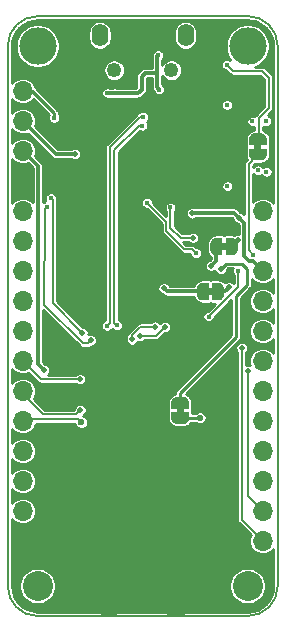
<source format=gbl>
G04 #@! TF.GenerationSoftware,KiCad,Pcbnew,(5.1.2-1)-1*
G04 #@! TF.CreationDate,2019-07-04T12:10:22+02:00*
G04 #@! TF.ProjectId,TLM-breakout-v1_2,544c4d2d-6272-4656-916b-6f75742d7631,1.1*
G04 #@! TF.SameCoordinates,Original*
G04 #@! TF.FileFunction,Copper,L2,Bot*
G04 #@! TF.FilePolarity,Positive*
%FSLAX46Y46*%
G04 Gerber Fmt 4.6, Leading zero omitted, Abs format (unit mm)*
G04 Created by KiCad (PCBNEW (5.1.2-1)-1) date 2019-07-04 12:10:22*
%MOMM*%
%LPD*%
G04 APERTURE LIST*
%ADD10C,0.150000*%
%ADD11C,0.500000*%
%ADD12C,0.100000*%
%ADD13C,3.175000*%
%ADD14C,2.540000*%
%ADD15O,1.700000X1.700000*%
%ADD16R,1.350000X4.700000*%
%ADD17R,1.500000X4.700000*%
%ADD18O,1.400000X1.900000*%
%ADD19C,1.250000*%
%ADD20C,0.450000*%
%ADD21C,0.550000*%
%ADD22C,0.600000*%
%ADD23C,0.400000*%
%ADD24C,0.350000*%
%ADD25C,0.180000*%
%ADD26C,0.350000*%
%ADD27C,0.300000*%
%ADD28C,0.250000*%
%ADD29C,0.200000*%
%ADD30C,0.152400*%
%ADD31C,0.254000*%
G04 APERTURE END LIST*
D10*
X127000000Y-119380000D02*
G75*
G02X124460000Y-116840000I0J2540000D01*
G01*
X147320000Y-116840000D02*
G75*
G02X144780000Y-119380000I-2540000J0D01*
G01*
X144780000Y-68580000D02*
G75*
G02X147320000Y-71120000I0J-2540000D01*
G01*
X124460000Y-71120000D02*
G75*
G02X127000000Y-68580000I2540000J0D01*
G01*
X124460000Y-116840000D02*
X124460000Y-71120000D01*
X144780000Y-119380000D02*
X127000000Y-119380000D01*
X147320000Y-71120000D02*
X147320000Y-116840000D01*
X127000000Y-68580000D02*
X144780000Y-68580000D01*
D11*
X142275000Y-91900000D03*
D12*
G36*
X142275000Y-91150602D02*
G01*
X142299534Y-91150602D01*
X142348365Y-91155412D01*
X142396490Y-91164984D01*
X142443445Y-91179228D01*
X142488778Y-91198005D01*
X142532051Y-91221136D01*
X142572850Y-91248396D01*
X142610779Y-91279524D01*
X142645476Y-91314221D01*
X142676604Y-91352150D01*
X142703864Y-91392949D01*
X142726995Y-91436222D01*
X142745772Y-91481555D01*
X142760016Y-91528510D01*
X142769588Y-91576635D01*
X142774398Y-91625466D01*
X142774398Y-91650000D01*
X142775000Y-91650000D01*
X142775000Y-92150000D01*
X142774398Y-92150000D01*
X142774398Y-92174534D01*
X142769588Y-92223365D01*
X142760016Y-92271490D01*
X142745772Y-92318445D01*
X142726995Y-92363778D01*
X142703864Y-92407051D01*
X142676604Y-92447850D01*
X142645476Y-92485779D01*
X142610779Y-92520476D01*
X142572850Y-92551604D01*
X142532051Y-92578864D01*
X142488778Y-92601995D01*
X142443445Y-92620772D01*
X142396490Y-92635016D01*
X142348365Y-92644588D01*
X142299534Y-92649398D01*
X142275000Y-92649398D01*
X142275000Y-92650000D01*
X141775000Y-92650000D01*
X141775000Y-91150000D01*
X142275000Y-91150000D01*
X142275000Y-91150602D01*
X142275000Y-91150602D01*
G37*
D11*
X140975000Y-91900000D03*
D12*
G36*
X141475000Y-91600000D02*
G01*
X141875000Y-91600000D01*
X141875000Y-92200000D01*
X141475000Y-92200000D01*
X141475000Y-92650000D01*
X140975000Y-92650000D01*
X140975000Y-92649398D01*
X140950466Y-92649398D01*
X140901635Y-92644588D01*
X140853510Y-92635016D01*
X140806555Y-92620772D01*
X140761222Y-92601995D01*
X140717949Y-92578864D01*
X140677150Y-92551604D01*
X140639221Y-92520476D01*
X140604524Y-92485779D01*
X140573396Y-92447850D01*
X140546136Y-92407051D01*
X140523005Y-92363778D01*
X140504228Y-92318445D01*
X140489984Y-92271490D01*
X140480412Y-92223365D01*
X140475602Y-92174534D01*
X140475602Y-92150000D01*
X140475000Y-92150000D01*
X140475000Y-91650000D01*
X140475602Y-91650000D01*
X140475602Y-91625466D01*
X140480412Y-91576635D01*
X140489984Y-91528510D01*
X140504228Y-91481555D01*
X140523005Y-91436222D01*
X140546136Y-91392949D01*
X140573396Y-91352150D01*
X140604524Y-91314221D01*
X140639221Y-91279524D01*
X140677150Y-91248396D01*
X140717949Y-91221136D01*
X140761222Y-91198005D01*
X140806555Y-91179228D01*
X140853510Y-91164984D01*
X140901635Y-91155412D01*
X140950466Y-91150602D01*
X140975000Y-91150602D01*
X140975000Y-91150000D01*
X141475000Y-91150000D01*
X141475000Y-91600000D01*
X141475000Y-91600000D01*
G37*
D11*
X145640000Y-80300000D03*
D12*
G36*
X145340000Y-79800000D02*
G01*
X145340000Y-79400000D01*
X145940000Y-79400000D01*
X145940000Y-79800000D01*
X146390000Y-79800000D01*
X146390000Y-80300000D01*
X146389398Y-80300000D01*
X146389398Y-80324534D01*
X146384588Y-80373365D01*
X146375016Y-80421490D01*
X146360772Y-80468445D01*
X146341995Y-80513778D01*
X146318864Y-80557051D01*
X146291604Y-80597850D01*
X146260476Y-80635779D01*
X146225779Y-80670476D01*
X146187850Y-80701604D01*
X146147051Y-80728864D01*
X146103778Y-80751995D01*
X146058445Y-80770772D01*
X146011490Y-80785016D01*
X145963365Y-80794588D01*
X145914534Y-80799398D01*
X145890000Y-80799398D01*
X145890000Y-80800000D01*
X145390000Y-80800000D01*
X145390000Y-80799398D01*
X145365466Y-80799398D01*
X145316635Y-80794588D01*
X145268510Y-80785016D01*
X145221555Y-80770772D01*
X145176222Y-80751995D01*
X145132949Y-80728864D01*
X145092150Y-80701604D01*
X145054221Y-80670476D01*
X145019524Y-80635779D01*
X144988396Y-80597850D01*
X144961136Y-80557051D01*
X144938005Y-80513778D01*
X144919228Y-80468445D01*
X144904984Y-80421490D01*
X144895412Y-80373365D01*
X144890602Y-80324534D01*
X144890602Y-80300000D01*
X144890000Y-80300000D01*
X144890000Y-79800000D01*
X145340000Y-79800000D01*
X145340000Y-79800000D01*
G37*
D11*
X145640000Y-79000000D03*
D12*
G36*
X144890602Y-79000000D02*
G01*
X144890602Y-78975466D01*
X144895412Y-78926635D01*
X144904984Y-78878510D01*
X144919228Y-78831555D01*
X144938005Y-78786222D01*
X144961136Y-78742949D01*
X144988396Y-78702150D01*
X145019524Y-78664221D01*
X145054221Y-78629524D01*
X145092150Y-78598396D01*
X145132949Y-78571136D01*
X145176222Y-78548005D01*
X145221555Y-78529228D01*
X145268510Y-78514984D01*
X145316635Y-78505412D01*
X145365466Y-78500602D01*
X145390000Y-78500602D01*
X145390000Y-78500000D01*
X145890000Y-78500000D01*
X145890000Y-78500602D01*
X145914534Y-78500602D01*
X145963365Y-78505412D01*
X146011490Y-78514984D01*
X146058445Y-78529228D01*
X146103778Y-78548005D01*
X146147051Y-78571136D01*
X146187850Y-78598396D01*
X146225779Y-78629524D01*
X146260476Y-78664221D01*
X146291604Y-78702150D01*
X146318864Y-78742949D01*
X146341995Y-78786222D01*
X146360772Y-78831555D01*
X146375016Y-78878510D01*
X146384588Y-78926635D01*
X146389398Y-78975466D01*
X146389398Y-79000000D01*
X146390000Y-79000000D01*
X146390000Y-79500000D01*
X144890000Y-79500000D01*
X144890000Y-79000000D01*
X144890602Y-79000000D01*
X144890602Y-79000000D01*
G37*
D11*
X142125000Y-88100000D03*
D12*
G36*
X142125000Y-88849398D02*
G01*
X142100466Y-88849398D01*
X142051635Y-88844588D01*
X142003510Y-88835016D01*
X141956555Y-88820772D01*
X141911222Y-88801995D01*
X141867949Y-88778864D01*
X141827150Y-88751604D01*
X141789221Y-88720476D01*
X141754524Y-88685779D01*
X141723396Y-88647850D01*
X141696136Y-88607051D01*
X141673005Y-88563778D01*
X141654228Y-88518445D01*
X141639984Y-88471490D01*
X141630412Y-88423365D01*
X141625602Y-88374534D01*
X141625602Y-88350000D01*
X141625000Y-88350000D01*
X141625000Y-87850000D01*
X141625602Y-87850000D01*
X141625602Y-87825466D01*
X141630412Y-87776635D01*
X141639984Y-87728510D01*
X141654228Y-87681555D01*
X141673005Y-87636222D01*
X141696136Y-87592949D01*
X141723396Y-87552150D01*
X141754524Y-87514221D01*
X141789221Y-87479524D01*
X141827150Y-87448396D01*
X141867949Y-87421136D01*
X141911222Y-87398005D01*
X141956555Y-87379228D01*
X142003510Y-87364984D01*
X142051635Y-87355412D01*
X142100466Y-87350602D01*
X142125000Y-87350602D01*
X142125000Y-87350000D01*
X142625000Y-87350000D01*
X142625000Y-88850000D01*
X142125000Y-88850000D01*
X142125000Y-88849398D01*
X142125000Y-88849398D01*
G37*
D11*
X143425000Y-88100000D03*
D12*
G36*
X142925000Y-88400000D02*
G01*
X142525000Y-88400000D01*
X142525000Y-87800000D01*
X142925000Y-87800000D01*
X142925000Y-87350000D01*
X143425000Y-87350000D01*
X143425000Y-87350602D01*
X143449534Y-87350602D01*
X143498365Y-87355412D01*
X143546490Y-87364984D01*
X143593445Y-87379228D01*
X143638778Y-87398005D01*
X143682051Y-87421136D01*
X143722850Y-87448396D01*
X143760779Y-87479524D01*
X143795476Y-87514221D01*
X143826604Y-87552150D01*
X143853864Y-87592949D01*
X143876995Y-87636222D01*
X143895772Y-87681555D01*
X143910016Y-87728510D01*
X143919588Y-87776635D01*
X143924398Y-87825466D01*
X143924398Y-87850000D01*
X143925000Y-87850000D01*
X143925000Y-88350000D01*
X143924398Y-88350000D01*
X143924398Y-88374534D01*
X143919588Y-88423365D01*
X143910016Y-88471490D01*
X143895772Y-88518445D01*
X143876995Y-88563778D01*
X143853864Y-88607051D01*
X143826604Y-88647850D01*
X143795476Y-88685779D01*
X143760779Y-88720476D01*
X143722850Y-88751604D01*
X143682051Y-88778864D01*
X143638778Y-88801995D01*
X143593445Y-88820772D01*
X143546490Y-88835016D01*
X143498365Y-88844588D01*
X143449534Y-88849398D01*
X143425000Y-88849398D01*
X143425000Y-88850000D01*
X142925000Y-88850000D01*
X142925000Y-88400000D01*
X142925000Y-88400000D01*
G37*
D11*
X139060000Y-102620000D03*
D12*
G36*
X138760000Y-102120000D02*
G01*
X138760000Y-101720000D01*
X139360000Y-101720000D01*
X139360000Y-102120000D01*
X139810000Y-102120000D01*
X139810000Y-102620000D01*
X139809398Y-102620000D01*
X139809398Y-102644534D01*
X139804588Y-102693365D01*
X139795016Y-102741490D01*
X139780772Y-102788445D01*
X139761995Y-102833778D01*
X139738864Y-102877051D01*
X139711604Y-102917850D01*
X139680476Y-102955779D01*
X139645779Y-102990476D01*
X139607850Y-103021604D01*
X139567051Y-103048864D01*
X139523778Y-103071995D01*
X139478445Y-103090772D01*
X139431490Y-103105016D01*
X139383365Y-103114588D01*
X139334534Y-103119398D01*
X139310000Y-103119398D01*
X139310000Y-103120000D01*
X138810000Y-103120000D01*
X138810000Y-103119398D01*
X138785466Y-103119398D01*
X138736635Y-103114588D01*
X138688510Y-103105016D01*
X138641555Y-103090772D01*
X138596222Y-103071995D01*
X138552949Y-103048864D01*
X138512150Y-103021604D01*
X138474221Y-102990476D01*
X138439524Y-102955779D01*
X138408396Y-102917850D01*
X138381136Y-102877051D01*
X138358005Y-102833778D01*
X138339228Y-102788445D01*
X138324984Y-102741490D01*
X138315412Y-102693365D01*
X138310602Y-102644534D01*
X138310602Y-102620000D01*
X138310000Y-102620000D01*
X138310000Y-102120000D01*
X138760000Y-102120000D01*
X138760000Y-102120000D01*
G37*
D11*
X139060000Y-101320000D03*
D12*
G36*
X138310602Y-101320000D02*
G01*
X138310602Y-101295466D01*
X138315412Y-101246635D01*
X138324984Y-101198510D01*
X138339228Y-101151555D01*
X138358005Y-101106222D01*
X138381136Y-101062949D01*
X138408396Y-101022150D01*
X138439524Y-100984221D01*
X138474221Y-100949524D01*
X138512150Y-100918396D01*
X138552949Y-100891136D01*
X138596222Y-100868005D01*
X138641555Y-100849228D01*
X138688510Y-100834984D01*
X138736635Y-100825412D01*
X138785466Y-100820602D01*
X138810000Y-100820602D01*
X138810000Y-100820000D01*
X139310000Y-100820000D01*
X139310000Y-100820602D01*
X139334534Y-100820602D01*
X139383365Y-100825412D01*
X139431490Y-100834984D01*
X139478445Y-100849228D01*
X139523778Y-100868005D01*
X139567051Y-100891136D01*
X139607850Y-100918396D01*
X139645779Y-100949524D01*
X139680476Y-100984221D01*
X139711604Y-101022150D01*
X139738864Y-101062949D01*
X139761995Y-101106222D01*
X139780772Y-101151555D01*
X139795016Y-101198510D01*
X139804588Y-101246635D01*
X139809398Y-101295466D01*
X139809398Y-101320000D01*
X139810000Y-101320000D01*
X139810000Y-101820000D01*
X138310000Y-101820000D01*
X138310000Y-101320000D01*
X138310602Y-101320000D01*
X138310602Y-101320000D01*
G37*
D13*
X127000000Y-71116000D03*
X144780000Y-71116000D03*
D14*
X144780000Y-116836000D03*
X127000000Y-116836000D03*
D15*
X125730000Y-74926000D03*
X125730000Y-77466000D03*
X125730000Y-80006000D03*
X125730000Y-82546000D03*
X125730000Y-85086000D03*
X125730000Y-87626000D03*
X125730000Y-90166000D03*
X125730000Y-92706000D03*
X125730000Y-95246000D03*
X125730000Y-97786000D03*
X125730000Y-100326000D03*
X125730000Y-102866000D03*
X125730000Y-105406000D03*
X125730000Y-107946000D03*
X125730000Y-110486000D03*
X125730000Y-113026000D03*
X146050000Y-113026000D03*
X146050000Y-110486000D03*
X146050000Y-107946000D03*
X146050000Y-105406000D03*
X146050000Y-102866000D03*
X146050000Y-100326000D03*
X146050000Y-97786000D03*
X146050000Y-95246000D03*
X146050000Y-92706000D03*
X146050000Y-90166000D03*
X146050000Y-87626000D03*
X146050000Y-85086000D03*
D16*
X133065000Y-116990000D03*
D17*
X138715000Y-116990000D03*
D18*
X132275000Y-70200000D03*
X139525000Y-70200000D03*
D19*
X133475000Y-73162500D03*
X138325000Y-73162500D03*
D20*
X143020000Y-76100000D03*
X145180000Y-77500000D03*
X146350000Y-77480000D03*
X146370000Y-81770000D03*
X145650000Y-81650000D03*
X143060000Y-82980000D03*
D21*
X140900000Y-106300000D03*
D11*
X128270000Y-110490000D03*
X128270000Y-111760000D03*
X128270000Y-113030000D03*
X128270000Y-114300000D03*
X129540000Y-114300000D03*
X129540000Y-115570000D03*
X129540000Y-116840000D03*
X129540000Y-118110000D03*
X129540000Y-113030000D03*
X129540000Y-111760000D03*
X129540000Y-110490000D03*
X130810000Y-110490000D03*
X130810000Y-111760000D03*
X130810000Y-113030000D03*
X142240000Y-115570000D03*
X142240000Y-116840000D03*
X142240000Y-118110000D03*
X144780000Y-114300000D03*
X143510000Y-107950000D03*
X143510000Y-109220000D03*
X142240000Y-109220000D03*
X142240000Y-107950000D03*
X140970000Y-107950000D03*
X140970000Y-109220000D03*
X139700000Y-109220000D03*
X139700000Y-107950000D03*
X138430000Y-107950000D03*
X138430000Y-109220000D03*
X137160000Y-109220000D03*
X137160000Y-107950000D03*
X135890000Y-107950000D03*
X135890000Y-109220000D03*
X134620000Y-107950000D03*
X130810000Y-107950000D03*
X129540000Y-109220000D03*
X128270000Y-109220000D03*
X129545602Y-107987410D03*
X134048500Y-113728500D03*
X132651500Y-113728500D03*
X139700000Y-106680000D03*
X138430000Y-106680000D03*
X138430000Y-106680000D03*
X138430000Y-106680000D03*
X135890000Y-106680000D03*
X134620000Y-106680000D03*
X133350000Y-106680000D03*
X133350000Y-107950000D03*
X132080000Y-107950000D03*
X132080000Y-106680000D03*
X132080000Y-105410000D03*
X133350000Y-105410000D03*
X134620000Y-105410000D03*
X135890000Y-105410000D03*
X137160000Y-105410000D03*
X137160000Y-106680000D03*
X138430000Y-105410000D03*
X138430000Y-105410000D03*
X138430000Y-105410000D03*
X139700000Y-105410000D03*
X139700000Y-104140000D03*
X138430000Y-104140000D03*
X137160000Y-104140000D03*
X135890000Y-104140000D03*
X134620000Y-104140000D03*
X134620000Y-104140000D03*
X134620000Y-104140000D03*
X132080000Y-104140000D03*
X127000000Y-111760000D03*
X127000000Y-114300000D03*
X133350000Y-104140000D03*
D22*
X130900000Y-106300000D03*
D11*
X134620000Y-101600000D03*
X132080000Y-101600000D03*
X137160000Y-102870000D03*
X137160000Y-101600000D03*
X135890000Y-102870000D03*
X134620000Y-102870000D03*
X133350000Y-102870000D03*
X133350000Y-101600000D03*
X135890000Y-101600000D03*
X132080000Y-102870000D03*
X140130000Y-86450000D03*
X136310000Y-86460000D03*
X137260000Y-86450000D03*
X135300002Y-86450000D03*
X139300000Y-86450000D03*
X139725000Y-89050000D03*
X142339723Y-86491947D03*
X143180000Y-90360000D03*
X139440000Y-77310000D03*
X141150000Y-75400000D03*
X142500000Y-74740000D03*
D23*
X131600000Y-94840000D03*
D11*
X137160000Y-99695000D03*
X135890000Y-99695000D03*
X134620000Y-99695000D03*
X133350000Y-99695000D03*
X138430000Y-99695000D03*
X140970000Y-100330000D03*
X140970000Y-104775000D03*
X138430000Y-98425000D03*
X138430000Y-97155000D03*
X138430000Y-95885000D03*
X139700000Y-95885000D03*
X139700000Y-97155000D03*
X139700000Y-98425000D03*
X140970000Y-97155000D03*
X140970000Y-95885000D03*
X137160000Y-97155000D03*
X137160000Y-98425000D03*
X135890000Y-98425000D03*
X135890000Y-97155000D03*
X134620000Y-98425000D03*
X133350000Y-97155000D03*
X132080000Y-97155000D03*
X132080000Y-98425000D03*
X130810000Y-97155000D03*
X130810000Y-98425000D03*
X137160000Y-81788000D03*
X138684000Y-81788000D03*
X140208000Y-81788000D03*
X140208000Y-83312000D03*
X138684000Y-83312000D03*
X141732000Y-79248000D03*
X141732000Y-77724000D03*
X141732000Y-76200000D03*
X143256000Y-79248000D03*
X143256000Y-77724000D03*
X143256000Y-80772000D03*
D23*
X132230000Y-91590000D03*
D24*
X129742590Y-93637483D03*
D20*
X134683500Y-118110000D03*
X134683500Y-117348000D03*
X134683500Y-116586000D03*
X134683500Y-115824000D03*
X134683500Y-115062000D03*
X135128000Y-113538000D03*
X135128000Y-112712500D03*
X134370000Y-112700000D03*
X133710000Y-112540000D03*
X133223000Y-112077500D03*
X132778500Y-111633000D03*
X132270500Y-111188500D03*
X131889500Y-110744000D03*
X134048500Y-110934500D03*
X134556500Y-111252000D03*
X135128000Y-111252000D03*
X136398000Y-111252000D03*
X137096500Y-111252000D03*
X138938000Y-111252000D03*
X140271500Y-111252000D03*
X139573000Y-111252000D03*
X135763000Y-111252000D03*
X133604000Y-110490000D03*
X137096500Y-115062000D03*
X137096500Y-115824000D03*
X137096500Y-116586000D03*
X137096500Y-117348000D03*
X137096500Y-118110000D03*
X136652000Y-113538000D03*
X136690000Y-112780000D03*
X136652000Y-114236500D03*
X135128000Y-114236500D03*
X137414000Y-112776000D03*
X138049000Y-112776000D03*
X138938000Y-112776000D03*
X139573000Y-112776000D03*
X140271500Y-112776000D03*
D11*
X132080000Y-112585500D03*
X137795000Y-113728500D03*
X139065000Y-113728500D03*
X140589000Y-113728500D03*
D20*
X127317500Y-100901500D03*
X134162500Y-89357500D03*
X134075000Y-88100000D03*
X134175500Y-86804500D03*
X134175500Y-85534500D03*
X131826000Y-84010500D03*
X129730500Y-83883500D03*
X129410000Y-77410000D03*
X126600000Y-76200000D03*
X128300000Y-73400000D03*
X125800000Y-73300000D03*
X130300000Y-75500000D03*
X130320000Y-76200000D03*
X130800000Y-73400000D03*
X137600000Y-70900000D03*
X134200000Y-70900000D03*
X133800000Y-74400000D03*
X134600000Y-72000000D03*
X127300000Y-80300000D03*
X138300000Y-75600000D03*
X137700000Y-76400000D03*
X140300000Y-72800000D03*
X134683500Y-118745000D03*
X137096500Y-118745000D03*
D11*
X143918979Y-87520800D03*
X140060000Y-85280000D03*
X144037410Y-85649807D03*
X137675000Y-91625000D03*
X130150000Y-80260002D03*
D20*
X137200000Y-71900000D03*
X137300000Y-74800000D03*
X133500000Y-75100000D03*
X132900000Y-75100000D03*
D11*
X142516896Y-89986963D03*
X140120000Y-87350000D03*
D23*
X138240000Y-84760000D03*
D11*
X143190000Y-91529998D03*
D20*
X143005000Y-72695000D03*
X132870000Y-94800000D03*
X135930000Y-77110000D03*
X133740000Y-94770000D03*
X135860000Y-77870000D03*
X128400000Y-77200000D03*
X141462249Y-94027749D03*
X143979129Y-90185979D03*
X145226912Y-88789288D03*
D11*
X130773781Y-95409332D03*
X135660000Y-95660000D03*
X137760000Y-94910000D03*
D20*
X128110000Y-84010000D03*
D11*
X141706280Y-89731112D03*
D21*
X140750000Y-102590000D03*
D20*
X140395000Y-88655000D03*
X136240000Y-84390000D03*
D11*
X127512410Y-98545656D03*
X130590000Y-99320000D03*
X136940000Y-94890000D03*
X134980000Y-95960000D03*
X131488021Y-96036605D03*
D20*
X127750000Y-84750000D03*
D11*
X144265835Y-96663857D03*
X144800001Y-98640000D03*
X130620000Y-101930000D03*
D22*
X130700000Y-102970000D03*
D25*
X129410000Y-77410000D02*
X129410000Y-77410000D01*
X126600000Y-76200000D02*
X126600000Y-76200000D01*
X126799999Y-76999999D02*
X126799999Y-76399999D01*
X127600000Y-77800000D02*
X126799999Y-76999999D01*
X129020000Y-77800000D02*
X127600000Y-77800000D01*
X126799999Y-76399999D02*
X126600000Y-76200000D01*
X129410000Y-77410000D02*
X129020000Y-77800000D01*
D26*
X143918979Y-87606021D02*
X143425000Y-88100000D01*
X143918979Y-87520800D02*
X143918979Y-87606021D01*
X140120000Y-85220000D02*
X140060000Y-85280000D01*
X143607603Y-85220000D02*
X140120000Y-85220000D01*
X144037410Y-85649807D02*
X143607603Y-85220000D01*
D27*
X144287409Y-85899806D02*
X144037410Y-85649807D01*
X145200001Y-89316001D02*
X144878501Y-89316001D01*
X144471389Y-86083786D02*
X144287409Y-85899806D01*
X144471389Y-88908889D02*
X144471389Y-86083786D01*
X144878501Y-89316001D02*
X144471389Y-88908889D01*
X146050000Y-90166000D02*
X145200001Y-89316001D01*
X137950000Y-91900000D02*
X137675000Y-91625000D01*
X140975000Y-91900000D02*
X137950000Y-91900000D01*
D26*
X125730000Y-77466000D02*
X128524002Y-80260002D01*
X129796447Y-80260002D02*
X130150000Y-80260002D01*
X128524002Y-80260002D02*
X129796447Y-80260002D01*
D27*
X137300000Y-74800000D02*
X137100000Y-74600000D01*
X137100000Y-74600000D02*
X137100000Y-73400000D01*
X137100000Y-73400000D02*
X137100000Y-72000000D01*
D26*
X135800000Y-74800000D02*
X135500000Y-75100000D01*
X135800000Y-73700000D02*
X135800000Y-74800000D01*
X136100000Y-73400000D02*
X135800000Y-73700000D01*
X137100000Y-73400000D02*
X136100000Y-73400000D01*
X133500000Y-75100000D02*
X132900000Y-75100000D01*
X135500000Y-75100000D02*
X133500000Y-75100000D01*
D27*
X137100000Y-72000000D02*
X137200000Y-71900000D01*
D28*
X142766895Y-89736964D02*
X142516896Y-89986963D01*
X142968859Y-89535000D02*
X142766895Y-89736964D01*
X144716500Y-91335075D02*
X144716500Y-89979500D01*
X139060000Y-100480755D02*
X143771961Y-95768794D01*
X143771961Y-92279614D02*
X144716500Y-91335075D01*
X144272000Y-89535000D02*
X142968859Y-89535000D01*
X143771961Y-95768794D02*
X143771961Y-92279614D01*
X144716500Y-89979500D02*
X144272000Y-89535000D01*
X139060000Y-101320000D02*
X139060000Y-100480755D01*
D29*
X138240000Y-85042842D02*
X138240000Y-84760000D01*
X139100000Y-87350000D02*
X138240000Y-86490000D01*
X138240000Y-86490000D02*
X138240000Y-85042842D01*
X140120000Y-87350000D02*
X139100000Y-87350000D01*
D26*
X142875000Y-91900000D02*
X143190000Y-91585000D01*
X143190000Y-91585000D02*
X143190000Y-91529998D01*
X142275000Y-91900000D02*
X142875000Y-91900000D01*
D25*
X143560000Y-73250000D02*
X143030000Y-72720000D01*
X146020000Y-73250000D02*
X143560000Y-73250000D01*
X146560000Y-73790000D02*
X146020000Y-73250000D01*
X145732500Y-77207500D02*
X146560000Y-76380000D01*
X146560000Y-76380000D02*
X146560000Y-73790000D01*
X145732500Y-78907500D02*
X145732500Y-77207500D01*
X145640000Y-79000000D02*
X145732500Y-78907500D01*
X132960000Y-94710000D02*
X132870000Y-94800000D01*
D29*
X133100000Y-94570000D02*
X132870000Y-94800000D01*
X133100000Y-79681800D02*
X133100000Y-94570000D01*
X135681800Y-77100000D02*
X133100000Y-79681800D01*
X135920000Y-77100000D02*
X135930000Y-77110000D01*
X135681800Y-77100000D02*
X135920000Y-77100000D01*
D25*
X133740000Y-94770000D02*
X133620000Y-94650000D01*
D29*
X133500000Y-94530000D02*
X133740000Y-94770000D01*
X133500000Y-79918200D02*
X133500000Y-94530000D01*
X135551963Y-77866237D02*
X133500000Y-79918200D01*
X135856237Y-77866237D02*
X135860000Y-77870000D01*
X135551963Y-77866237D02*
X135856237Y-77866237D01*
D28*
X126526000Y-74926000D02*
X125730000Y-74926000D01*
X128400000Y-76800000D02*
X126526000Y-74926000D01*
X128400000Y-77200000D02*
X128400000Y-76800000D01*
D30*
X143979129Y-91510869D02*
X141659998Y-93830000D01*
X143979129Y-90185979D02*
X143979129Y-90185979D01*
X141659998Y-93830000D02*
X141462249Y-94027749D01*
X141462249Y-94027749D02*
X141459999Y-94029999D01*
X143979129Y-90185979D02*
X143979129Y-91510869D01*
X144850000Y-81090000D02*
X144850000Y-88260000D01*
X145640000Y-80300000D02*
X144850000Y-81090000D01*
X144850000Y-88412376D02*
X145226912Y-88789288D01*
X144850000Y-88260000D02*
X144850000Y-88412376D01*
D29*
X136013553Y-95660000D02*
X135660000Y-95660000D01*
X137760000Y-94910000D02*
X137010000Y-95660000D01*
X137010000Y-95660000D02*
X136013553Y-95660000D01*
X128260000Y-92895551D02*
X130773781Y-95409332D01*
X128260000Y-84160000D02*
X128260000Y-92895551D01*
X128110000Y-84010000D02*
X128260000Y-84160000D01*
D26*
X142125000Y-89312392D02*
X141706280Y-89731112D01*
X142125000Y-88100000D02*
X142125000Y-89312392D01*
D28*
X139090000Y-102590000D02*
X139060000Y-102620000D01*
X140750000Y-102590000D02*
X139090000Y-102590000D01*
D30*
X140075296Y-88335296D02*
X140395000Y-88655000D01*
X139415271Y-88335296D02*
X140075296Y-88335296D01*
X137880000Y-86030000D02*
X137880000Y-86800025D01*
X136220000Y-84370000D02*
X136240000Y-84390000D01*
X137880000Y-86800025D02*
X139415271Y-88335296D01*
X136240000Y-84390000D02*
X137880000Y-86030000D01*
D27*
X127262411Y-98295657D02*
X127512410Y-98545656D01*
X127025178Y-98058424D02*
X127262411Y-98295657D01*
X127025178Y-81301178D02*
X127025178Y-98058424D01*
X125730000Y-80006000D02*
X127025178Y-81301178D01*
D29*
X127264000Y-99320000D02*
X130236447Y-99320000D01*
X125730000Y-97786000D02*
X127264000Y-99320000D01*
X130236447Y-99320000D02*
X130590000Y-99320000D01*
X136940000Y-94890000D02*
X135696447Y-94890000D01*
X134980000Y-95606447D02*
X134980000Y-95960000D01*
X135696447Y-94890000D02*
X134980000Y-95606447D01*
X131238022Y-96286604D02*
X131488021Y-96036605D01*
X130833048Y-96286604D02*
X131238022Y-96286604D01*
X127548678Y-93002234D02*
X130833048Y-96286604D01*
X127590000Y-85590000D02*
X127548678Y-93002234D01*
X127590000Y-84910000D02*
X127750000Y-84750000D01*
X127590000Y-85590000D02*
X127590000Y-84910000D01*
X146050000Y-113026000D02*
X144265835Y-111241835D01*
X144265835Y-111241835D02*
X144265835Y-97017410D01*
X144265835Y-97017410D02*
X144265835Y-96663857D01*
X146050000Y-110486000D02*
X144800001Y-109236001D01*
X144800001Y-98993553D02*
X144800001Y-98640000D01*
X144800001Y-109236001D02*
X144800001Y-98993553D01*
D25*
X130250000Y-102300000D02*
X130620000Y-101930000D01*
X127446000Y-102300000D02*
X130250000Y-102300000D01*
X125730000Y-100584000D02*
X127446000Y-102300000D01*
X125730000Y-100326000D02*
X125730000Y-100584000D01*
D29*
X130430000Y-102700000D02*
X130700000Y-102970000D01*
X125896000Y-102700000D02*
X130430000Y-102700000D01*
X125730000Y-102866000D02*
X125896000Y-102700000D01*
D31*
G36*
X145144115Y-68979437D02*
G01*
X145374173Y-69036952D01*
X145609310Y-69107944D01*
X145859943Y-69241208D01*
X146325603Y-69590453D01*
X146584203Y-69903047D01*
X146786217Y-70276664D01*
X146911814Y-70682403D01*
X146958000Y-71121831D01*
X146958000Y-84400138D01*
X146857870Y-84278130D01*
X146684740Y-84136045D01*
X146487216Y-84030467D01*
X146272891Y-83965452D01*
X146105852Y-83949000D01*
X145994148Y-83949000D01*
X145827109Y-83965452D01*
X145612784Y-84030467D01*
X145415260Y-84136045D01*
X145242130Y-84278130D01*
X145213200Y-84313381D01*
X145213200Y-81917858D01*
X145252304Y-81976381D01*
X145323619Y-82047696D01*
X145407477Y-82103728D01*
X145500655Y-82142324D01*
X145599572Y-82162000D01*
X145700428Y-82162000D01*
X145799345Y-82142324D01*
X145892523Y-82103728D01*
X145951073Y-82064606D01*
X145972304Y-82096381D01*
X146043619Y-82167696D01*
X146127477Y-82223728D01*
X146220655Y-82262324D01*
X146319572Y-82282000D01*
X146420428Y-82282000D01*
X146519345Y-82262324D01*
X146612523Y-82223728D01*
X146696381Y-82167696D01*
X146767696Y-82096381D01*
X146823728Y-82012523D01*
X146862324Y-81919345D01*
X146882000Y-81820428D01*
X146882000Y-81719572D01*
X146862324Y-81620655D01*
X146823728Y-81527477D01*
X146767696Y-81443619D01*
X146696381Y-81372304D01*
X146612523Y-81316272D01*
X146519345Y-81277676D01*
X146420428Y-81258000D01*
X146319572Y-81258000D01*
X146220655Y-81277676D01*
X146127477Y-81316272D01*
X146068927Y-81355394D01*
X146047696Y-81323619D01*
X145976381Y-81252304D01*
X145892523Y-81196272D01*
X145799345Y-81157676D01*
X145700428Y-81138000D01*
X145599572Y-81138000D01*
X145500655Y-81157676D01*
X145407477Y-81196272D01*
X145323619Y-81252304D01*
X145252304Y-81323619D01*
X145213200Y-81382142D01*
X145213200Y-81240441D01*
X145367471Y-81086170D01*
X145390000Y-81088389D01*
X145890000Y-81088389D01*
X145914450Y-81085981D01*
X145939009Y-81085981D01*
X145995271Y-81080440D01*
X146091404Y-81061318D01*
X146145502Y-81044907D01*
X146236058Y-81007398D01*
X146285919Y-80980748D01*
X146367418Y-80926292D01*
X146411119Y-80890427D01*
X146480427Y-80821119D01*
X146516292Y-80777418D01*
X146570748Y-80695919D01*
X146597398Y-80646058D01*
X146634907Y-80555502D01*
X146651318Y-80501404D01*
X146670440Y-80405271D01*
X146675981Y-80349009D01*
X146675981Y-80324450D01*
X146678389Y-80300000D01*
X146678389Y-79800000D01*
X146672848Y-79743738D01*
X146656437Y-79689638D01*
X146635250Y-79650000D01*
X146656437Y-79610362D01*
X146672848Y-79556262D01*
X146678389Y-79500000D01*
X146678389Y-79000000D01*
X146675981Y-78975550D01*
X146675981Y-78950991D01*
X146670440Y-78894729D01*
X146651318Y-78798596D01*
X146634907Y-78744498D01*
X146597398Y-78653942D01*
X146570748Y-78604081D01*
X146516292Y-78522582D01*
X146480427Y-78478881D01*
X146411119Y-78409573D01*
X146367418Y-78373708D01*
X146285919Y-78319252D01*
X146236058Y-78292602D01*
X146145502Y-78255093D01*
X146109500Y-78244172D01*
X146109500Y-77934566D01*
X146200655Y-77972324D01*
X146299572Y-77992000D01*
X146400428Y-77992000D01*
X146499345Y-77972324D01*
X146592523Y-77933728D01*
X146676381Y-77877696D01*
X146747696Y-77806381D01*
X146803728Y-77722523D01*
X146842324Y-77629345D01*
X146862000Y-77530428D01*
X146862000Y-77429572D01*
X146842324Y-77330655D01*
X146803728Y-77237477D01*
X146747696Y-77153619D01*
X146676381Y-77082304D01*
X146592523Y-77026272D01*
X146499345Y-76987676D01*
X146487783Y-76985376D01*
X146813488Y-76659671D01*
X146827869Y-76647869D01*
X146874981Y-76590463D01*
X146909988Y-76524970D01*
X146931545Y-76453905D01*
X146937000Y-76398519D01*
X146937000Y-76398518D01*
X146938824Y-76380000D01*
X146937000Y-76361481D01*
X146937000Y-73808508D01*
X146938823Y-73789999D01*
X146937000Y-73771490D01*
X146937000Y-73771481D01*
X146931545Y-73716095D01*
X146909988Y-73645030D01*
X146874981Y-73579537D01*
X146827869Y-73522131D01*
X146813481Y-73510323D01*
X146299677Y-72996519D01*
X146287869Y-72982131D01*
X146230463Y-72935019D01*
X146164970Y-72900012D01*
X146093905Y-72878455D01*
X146038519Y-72873000D01*
X146038512Y-72873000D01*
X146020000Y-72871177D01*
X146001488Y-72873000D01*
X145436531Y-72873000D01*
X145667909Y-72777160D01*
X145974924Y-72572019D01*
X146236019Y-72310924D01*
X146441160Y-72003909D01*
X146582464Y-71662772D01*
X146654500Y-71300622D01*
X146654500Y-70931378D01*
X146582464Y-70569228D01*
X146441160Y-70228091D01*
X146236019Y-69921076D01*
X145974924Y-69659981D01*
X145667909Y-69454840D01*
X145326772Y-69313536D01*
X144964622Y-69241500D01*
X144595378Y-69241500D01*
X144233228Y-69313536D01*
X143892091Y-69454840D01*
X143585076Y-69659981D01*
X143323981Y-69921076D01*
X143118840Y-70228091D01*
X142977536Y-70569228D01*
X142905500Y-70931378D01*
X142905500Y-71300622D01*
X142977536Y-71662772D01*
X143118840Y-72003909D01*
X143301572Y-72277386D01*
X143247523Y-72241272D01*
X143154345Y-72202676D01*
X143055428Y-72183000D01*
X142954572Y-72183000D01*
X142855655Y-72202676D01*
X142762477Y-72241272D01*
X142678619Y-72297304D01*
X142607304Y-72368619D01*
X142551272Y-72452477D01*
X142512676Y-72545655D01*
X142493000Y-72644572D01*
X142493000Y-72745428D01*
X142512676Y-72844345D01*
X142551272Y-72937523D01*
X142607304Y-73021381D01*
X142678619Y-73092696D01*
X142762477Y-73148728D01*
X142855655Y-73187324D01*
X142954572Y-73207000D01*
X142983842Y-73207000D01*
X143280328Y-73503487D01*
X143292131Y-73517869D01*
X143349537Y-73564981D01*
X143415030Y-73599988D01*
X143486095Y-73621545D01*
X143541481Y-73627000D01*
X143541490Y-73627000D01*
X143559999Y-73628823D01*
X143578508Y-73627000D01*
X145863842Y-73627000D01*
X146183001Y-73946159D01*
X146183000Y-76223841D01*
X145479014Y-76927828D01*
X145464632Y-76939631D01*
X145452829Y-76954013D01*
X145452826Y-76954016D01*
X145417520Y-76997037D01*
X145396880Y-77035650D01*
X145329345Y-77007676D01*
X145230428Y-76988000D01*
X145129572Y-76988000D01*
X145030655Y-77007676D01*
X144937477Y-77046272D01*
X144853619Y-77102304D01*
X144782304Y-77173619D01*
X144726272Y-77257477D01*
X144687676Y-77350655D01*
X144668000Y-77449572D01*
X144668000Y-77550428D01*
X144687676Y-77649345D01*
X144726272Y-77742523D01*
X144782304Y-77826381D01*
X144853619Y-77897696D01*
X144937477Y-77953728D01*
X145030655Y-77992324D01*
X145129572Y-78012000D01*
X145230428Y-78012000D01*
X145329345Y-77992324D01*
X145355501Y-77981490D01*
X145355500Y-78214019D01*
X145340991Y-78214019D01*
X145284729Y-78219560D01*
X145188596Y-78238682D01*
X145134498Y-78255093D01*
X145043942Y-78292602D01*
X144994081Y-78319252D01*
X144912582Y-78373708D01*
X144868881Y-78409573D01*
X144799573Y-78478881D01*
X144763708Y-78522582D01*
X144709252Y-78604081D01*
X144682602Y-78653942D01*
X144645093Y-78744498D01*
X144628682Y-78798596D01*
X144609560Y-78894729D01*
X144604019Y-78950991D01*
X144604019Y-78975550D01*
X144601611Y-79000000D01*
X144601611Y-79500000D01*
X144607152Y-79556262D01*
X144623563Y-79610362D01*
X144644750Y-79650000D01*
X144623563Y-79689638D01*
X144607152Y-79743738D01*
X144601611Y-79800000D01*
X144601611Y-80300000D01*
X144604019Y-80324450D01*
X144604019Y-80349009D01*
X144609560Y-80405271D01*
X144628682Y-80501404D01*
X144645093Y-80555502D01*
X144682602Y-80646058D01*
X144709252Y-80695919D01*
X144717739Y-80708620D01*
X144605800Y-80820559D01*
X144591936Y-80831937D01*
X144546549Y-80887242D01*
X144512825Y-80950337D01*
X144512824Y-80950338D01*
X144492056Y-81018801D01*
X144485043Y-81090000D01*
X144486800Y-81107838D01*
X144486801Y-85355794D01*
X144454525Y-85307490D01*
X144379727Y-85232692D01*
X144291775Y-85173924D01*
X144194047Y-85133444D01*
X144169537Y-85128569D01*
X143950341Y-84909373D01*
X143935867Y-84891736D01*
X143865518Y-84834003D01*
X143785258Y-84791103D01*
X143698171Y-84764685D01*
X143630296Y-84758000D01*
X143630293Y-84758000D01*
X143607603Y-84755765D01*
X143584913Y-84758000D01*
X140188298Y-84758000D01*
X140112890Y-84743000D01*
X140007110Y-84743000D01*
X139903363Y-84763637D01*
X139805635Y-84804117D01*
X139717683Y-84862885D01*
X139642885Y-84937683D01*
X139584117Y-85025635D01*
X139543637Y-85123363D01*
X139523000Y-85227110D01*
X139523000Y-85332890D01*
X139543637Y-85436637D01*
X139584117Y-85534365D01*
X139642885Y-85622317D01*
X139717683Y-85697115D01*
X139805635Y-85755883D01*
X139903363Y-85796363D01*
X140007110Y-85817000D01*
X140112890Y-85817000D01*
X140216637Y-85796363D01*
X140314365Y-85755883D01*
X140402317Y-85697115D01*
X140417432Y-85682000D01*
X143416238Y-85682000D01*
X143516172Y-85781934D01*
X143521047Y-85806444D01*
X143561527Y-85904172D01*
X143620295Y-85992124D01*
X143695093Y-86066922D01*
X143783045Y-86125690D01*
X143880773Y-86166170D01*
X143949418Y-86179825D01*
X144034390Y-86264797D01*
X144034390Y-86996236D01*
X143971869Y-86983800D01*
X143866089Y-86983800D01*
X143762342Y-87004437D01*
X143664614Y-87044917D01*
X143605375Y-87084499D01*
X143530271Y-87069560D01*
X143474009Y-87064019D01*
X143449450Y-87064019D01*
X143425000Y-87061611D01*
X142925000Y-87061611D01*
X142868738Y-87067152D01*
X142814638Y-87083563D01*
X142775000Y-87104750D01*
X142735362Y-87083563D01*
X142681262Y-87067152D01*
X142625000Y-87061611D01*
X142125000Y-87061611D01*
X142100550Y-87064019D01*
X142075991Y-87064019D01*
X142019729Y-87069560D01*
X141923596Y-87088682D01*
X141869498Y-87105093D01*
X141778942Y-87142602D01*
X141729081Y-87169252D01*
X141647582Y-87223708D01*
X141603881Y-87259573D01*
X141534573Y-87328881D01*
X141498708Y-87372582D01*
X141444252Y-87454081D01*
X141417602Y-87503942D01*
X141380093Y-87594498D01*
X141363682Y-87648596D01*
X141344560Y-87744729D01*
X141339019Y-87800991D01*
X141339019Y-87825550D01*
X141336611Y-87850000D01*
X141336611Y-88350000D01*
X141339019Y-88374450D01*
X141339019Y-88399009D01*
X141344560Y-88455271D01*
X141363682Y-88551404D01*
X141380093Y-88605502D01*
X141417602Y-88696058D01*
X141444252Y-88745919D01*
X141498708Y-88827418D01*
X141534573Y-88871119D01*
X141603881Y-88940427D01*
X141647582Y-88976292D01*
X141663001Y-88986594D01*
X141663001Y-89121025D01*
X141574152Y-89209874D01*
X141549643Y-89214749D01*
X141451915Y-89255229D01*
X141363963Y-89313997D01*
X141289165Y-89388795D01*
X141230397Y-89476747D01*
X141189917Y-89574475D01*
X141169280Y-89678222D01*
X141169280Y-89784002D01*
X141189917Y-89887749D01*
X141230397Y-89985477D01*
X141289165Y-90073429D01*
X141363963Y-90148227D01*
X141451915Y-90206995D01*
X141549643Y-90247475D01*
X141653390Y-90268112D01*
X141759170Y-90268112D01*
X141862917Y-90247475D01*
X141960645Y-90206995D01*
X142012453Y-90172378D01*
X142041013Y-90241328D01*
X142099781Y-90329280D01*
X142174579Y-90404078D01*
X142262531Y-90462846D01*
X142360259Y-90503326D01*
X142464006Y-90523963D01*
X142569786Y-90523963D01*
X142673533Y-90503326D01*
X142771261Y-90462846D01*
X142859213Y-90404078D01*
X142934011Y-90329280D01*
X142992779Y-90241328D01*
X143033259Y-90143600D01*
X143053896Y-90039853D01*
X143053896Y-90032618D01*
X143139514Y-89947000D01*
X143523933Y-89947000D01*
X143486805Y-90036634D01*
X143467129Y-90135551D01*
X143467129Y-90236407D01*
X143486805Y-90335324D01*
X143525401Y-90428502D01*
X143581433Y-90512360D01*
X143615929Y-90546856D01*
X143615930Y-91200873D01*
X143607115Y-91187681D01*
X143532317Y-91112883D01*
X143444365Y-91054115D01*
X143346637Y-91013635D01*
X143242890Y-90992998D01*
X143137110Y-90992998D01*
X143033363Y-91013635D01*
X142935635Y-91054115D01*
X142848730Y-91112184D01*
X142796119Y-91059573D01*
X142752418Y-91023708D01*
X142670919Y-90969252D01*
X142621058Y-90942602D01*
X142530502Y-90905093D01*
X142476404Y-90888682D01*
X142380271Y-90869560D01*
X142324009Y-90864019D01*
X142299450Y-90864019D01*
X142275000Y-90861611D01*
X141775000Y-90861611D01*
X141718738Y-90867152D01*
X141664638Y-90883563D01*
X141625000Y-90904750D01*
X141585362Y-90883563D01*
X141531262Y-90867152D01*
X141475000Y-90861611D01*
X140975000Y-90861611D01*
X140950550Y-90864019D01*
X140925991Y-90864019D01*
X140869729Y-90869560D01*
X140773596Y-90888682D01*
X140719498Y-90905093D01*
X140628942Y-90942602D01*
X140579081Y-90969252D01*
X140497582Y-91023708D01*
X140453881Y-91059573D01*
X140384573Y-91128881D01*
X140348708Y-91172582D01*
X140294252Y-91254081D01*
X140267602Y-91303942D01*
X140230093Y-91394498D01*
X140213682Y-91448596D01*
X140210817Y-91463000D01*
X138189142Y-91463000D01*
X138150883Y-91370635D01*
X138092115Y-91282683D01*
X138017317Y-91207885D01*
X137929365Y-91149117D01*
X137831637Y-91108637D01*
X137727890Y-91088000D01*
X137622110Y-91088000D01*
X137518363Y-91108637D01*
X137420635Y-91149117D01*
X137332683Y-91207885D01*
X137257885Y-91282683D01*
X137199117Y-91370635D01*
X137158637Y-91468363D01*
X137138000Y-91572110D01*
X137138000Y-91677890D01*
X137158637Y-91781637D01*
X137199117Y-91879365D01*
X137257885Y-91967317D01*
X137332683Y-92042115D01*
X137420635Y-92100883D01*
X137518363Y-92141363D01*
X137587008Y-92155018D01*
X137625814Y-92193824D01*
X137639500Y-92210500D01*
X137706041Y-92265110D01*
X137781958Y-92305688D01*
X137864333Y-92330677D01*
X137928535Y-92337000D01*
X137928543Y-92337000D01*
X137950000Y-92339113D01*
X137971457Y-92337000D01*
X140210817Y-92337000D01*
X140213682Y-92351404D01*
X140230093Y-92405502D01*
X140267602Y-92496058D01*
X140294252Y-92545919D01*
X140348708Y-92627418D01*
X140384573Y-92671119D01*
X140453881Y-92740427D01*
X140497582Y-92776292D01*
X140579081Y-92830748D01*
X140628942Y-92857398D01*
X140719498Y-92894907D01*
X140773596Y-92911318D01*
X140869729Y-92930440D01*
X140925991Y-92935981D01*
X140950550Y-92935981D01*
X140975000Y-92938389D01*
X141475000Y-92938389D01*
X141531262Y-92932848D01*
X141585362Y-92916437D01*
X141625000Y-92895250D01*
X141664638Y-92916437D01*
X141718738Y-92932848D01*
X141775000Y-92938389D01*
X142037968Y-92938389D01*
X141460608Y-93515749D01*
X141411821Y-93515749D01*
X141312904Y-93535425D01*
X141219726Y-93574021D01*
X141135868Y-93630053D01*
X141064553Y-93701368D01*
X141008521Y-93785226D01*
X140969925Y-93878404D01*
X140950249Y-93977321D01*
X140950249Y-94078177D01*
X140969925Y-94177094D01*
X141008521Y-94270272D01*
X141064553Y-94354130D01*
X141135868Y-94425445D01*
X141219726Y-94481477D01*
X141312904Y-94520073D01*
X141411821Y-94539749D01*
X141512677Y-94539749D01*
X141611594Y-94520073D01*
X141704772Y-94481477D01*
X141788630Y-94425445D01*
X141859945Y-94354130D01*
X141915977Y-94270272D01*
X141954573Y-94177094D01*
X141974249Y-94078177D01*
X141974249Y-94029390D01*
X143359962Y-92643678D01*
X143359961Y-95598138D01*
X138782980Y-100175120D01*
X138767264Y-100188018D01*
X138754366Y-100203734D01*
X138754364Y-100203736D01*
X138715778Y-100250753D01*
X138677521Y-100322327D01*
X138653962Y-100399989D01*
X138646008Y-100480755D01*
X138648001Y-100500992D01*
X138648001Y-100550844D01*
X138608596Y-100558682D01*
X138554498Y-100575093D01*
X138463942Y-100612602D01*
X138414081Y-100639252D01*
X138332582Y-100693708D01*
X138288881Y-100729573D01*
X138219573Y-100798881D01*
X138183708Y-100842582D01*
X138129252Y-100924081D01*
X138102602Y-100973942D01*
X138065093Y-101064498D01*
X138048682Y-101118596D01*
X138029560Y-101214729D01*
X138024019Y-101270991D01*
X138024019Y-101295550D01*
X138021611Y-101320000D01*
X138021611Y-101820000D01*
X138027152Y-101876262D01*
X138043563Y-101930362D01*
X138064750Y-101970000D01*
X138043563Y-102009638D01*
X138027152Y-102063738D01*
X138021611Y-102120000D01*
X138021611Y-102620000D01*
X138024019Y-102644450D01*
X138024019Y-102669009D01*
X138029560Y-102725271D01*
X138048682Y-102821404D01*
X138065093Y-102875502D01*
X138102602Y-102966058D01*
X138129252Y-103015919D01*
X138183708Y-103097418D01*
X138219573Y-103141119D01*
X138288881Y-103210427D01*
X138332582Y-103246292D01*
X138414081Y-103300748D01*
X138463942Y-103327398D01*
X138554498Y-103364907D01*
X138608596Y-103381318D01*
X138704729Y-103400440D01*
X138760991Y-103405981D01*
X138785550Y-103405981D01*
X138810000Y-103408389D01*
X139310000Y-103408389D01*
X139334450Y-103405981D01*
X139359009Y-103405981D01*
X139415271Y-103400440D01*
X139511404Y-103381318D01*
X139565502Y-103364907D01*
X139656058Y-103327398D01*
X139705919Y-103300748D01*
X139787418Y-103246292D01*
X139831119Y-103210427D01*
X139900427Y-103141119D01*
X139936292Y-103097418D01*
X139990748Y-103015919D01*
X139998188Y-103002000D01*
X140367212Y-103002000D01*
X140391746Y-103026534D01*
X140483793Y-103088038D01*
X140586071Y-103130402D01*
X140694648Y-103152000D01*
X140805352Y-103152000D01*
X140913929Y-103130402D01*
X141016207Y-103088038D01*
X141108254Y-103026534D01*
X141186534Y-102948254D01*
X141248038Y-102856207D01*
X141290402Y-102753929D01*
X141312000Y-102645352D01*
X141312000Y-102534648D01*
X141290402Y-102426071D01*
X141248038Y-102323793D01*
X141186534Y-102231746D01*
X141108254Y-102153466D01*
X141016207Y-102091962D01*
X140913929Y-102049598D01*
X140805352Y-102028000D01*
X140694648Y-102028000D01*
X140586071Y-102049598D01*
X140483793Y-102091962D01*
X140391746Y-102153466D01*
X140367212Y-102178000D01*
X140098389Y-102178000D01*
X140098389Y-102120000D01*
X140092848Y-102063738D01*
X140076437Y-102009638D01*
X140055250Y-101970000D01*
X140076437Y-101930362D01*
X140092848Y-101876262D01*
X140098389Y-101820000D01*
X140098389Y-101320000D01*
X140095981Y-101295550D01*
X140095981Y-101270991D01*
X140090440Y-101214729D01*
X140071318Y-101118596D01*
X140054907Y-101064498D01*
X140017398Y-100973942D01*
X139990748Y-100924081D01*
X139936292Y-100842582D01*
X139900427Y-100798881D01*
X139831119Y-100729573D01*
X139787418Y-100693708D01*
X139705919Y-100639252D01*
X139656058Y-100612602D01*
X139565502Y-100575093D01*
X139552317Y-100571093D01*
X144048983Y-96074428D01*
X144064698Y-96061531D01*
X144116184Y-95998796D01*
X144154441Y-95927222D01*
X144177999Y-95849560D01*
X144183961Y-95789029D01*
X144183961Y-95789022D01*
X144185953Y-95768795D01*
X144183961Y-95748568D01*
X144183961Y-92450269D01*
X144993522Y-91640709D01*
X145009237Y-91627812D01*
X145025749Y-91607693D01*
X145044001Y-91585452D01*
X145060723Y-91565077D01*
X145098980Y-91493503D01*
X145122538Y-91415841D01*
X145128500Y-91355310D01*
X145128500Y-91355302D01*
X145130492Y-91335075D01*
X145128500Y-91314848D01*
X145128500Y-90835412D01*
X145242130Y-90973870D01*
X145415260Y-91115955D01*
X145612784Y-91221533D01*
X145827109Y-91286548D01*
X145994148Y-91303000D01*
X146105852Y-91303000D01*
X146272891Y-91286548D01*
X146487216Y-91221533D01*
X146684740Y-91115955D01*
X146857870Y-90973870D01*
X146958000Y-90851861D01*
X146958000Y-92020139D01*
X146857870Y-91898130D01*
X146684740Y-91756045D01*
X146487216Y-91650467D01*
X146272891Y-91585452D01*
X146105852Y-91569000D01*
X145994148Y-91569000D01*
X145827109Y-91585452D01*
X145612784Y-91650467D01*
X145415260Y-91756045D01*
X145242130Y-91898130D01*
X145100045Y-92071260D01*
X144994467Y-92268784D01*
X144929452Y-92483109D01*
X144907499Y-92706000D01*
X144929452Y-92928891D01*
X144994467Y-93143216D01*
X145100045Y-93340740D01*
X145242130Y-93513870D01*
X145415260Y-93655955D01*
X145612784Y-93761533D01*
X145827109Y-93826548D01*
X145994148Y-93843000D01*
X146105852Y-93843000D01*
X146272891Y-93826548D01*
X146487216Y-93761533D01*
X146684740Y-93655955D01*
X146857870Y-93513870D01*
X146958000Y-93391861D01*
X146958001Y-94560139D01*
X146857870Y-94438130D01*
X146684740Y-94296045D01*
X146487216Y-94190467D01*
X146272891Y-94125452D01*
X146105852Y-94109000D01*
X145994148Y-94109000D01*
X145827109Y-94125452D01*
X145612784Y-94190467D01*
X145415260Y-94296045D01*
X145242130Y-94438130D01*
X145100045Y-94611260D01*
X144994467Y-94808784D01*
X144929452Y-95023109D01*
X144907499Y-95246000D01*
X144929452Y-95468891D01*
X144994467Y-95683216D01*
X145100045Y-95880740D01*
X145242130Y-96053870D01*
X145415260Y-96195955D01*
X145612784Y-96301533D01*
X145827109Y-96366548D01*
X145994148Y-96383000D01*
X146105852Y-96383000D01*
X146272891Y-96366548D01*
X146487216Y-96301533D01*
X146684740Y-96195955D01*
X146857870Y-96053870D01*
X146958001Y-95931861D01*
X146958001Y-97100139D01*
X146857870Y-96978130D01*
X146684740Y-96836045D01*
X146487216Y-96730467D01*
X146272891Y-96665452D01*
X146105852Y-96649000D01*
X145994148Y-96649000D01*
X145827109Y-96665452D01*
X145612784Y-96730467D01*
X145415260Y-96836045D01*
X145242130Y-96978130D01*
X145100045Y-97151260D01*
X144994467Y-97348784D01*
X144929452Y-97563109D01*
X144907499Y-97786000D01*
X144929452Y-98008891D01*
X144965355Y-98127248D01*
X144956638Y-98123637D01*
X144852891Y-98103000D01*
X144747111Y-98103000D01*
X144652835Y-98121753D01*
X144652835Y-97036289D01*
X144682950Y-97006174D01*
X144741718Y-96918222D01*
X144782198Y-96820494D01*
X144802835Y-96716747D01*
X144802835Y-96610967D01*
X144782198Y-96507220D01*
X144741718Y-96409492D01*
X144682950Y-96321540D01*
X144608152Y-96246742D01*
X144520200Y-96187974D01*
X144422472Y-96147494D01*
X144318725Y-96126857D01*
X144212945Y-96126857D01*
X144109198Y-96147494D01*
X144011470Y-96187974D01*
X143923518Y-96246742D01*
X143848720Y-96321540D01*
X143789952Y-96409492D01*
X143749472Y-96507220D01*
X143728835Y-96610967D01*
X143728835Y-96716747D01*
X143749472Y-96820494D01*
X143789952Y-96918222D01*
X143848720Y-97006174D01*
X143878835Y-97036289D01*
X143878835Y-97036416D01*
X143878836Y-97036426D01*
X143878835Y-111222839D01*
X143876964Y-111241835D01*
X143878835Y-111260831D01*
X143878835Y-111260841D01*
X143884435Y-111317699D01*
X143906564Y-111390649D01*
X143942500Y-111457880D01*
X143990861Y-111516809D01*
X144005628Y-111528928D01*
X145019204Y-112542504D01*
X144994467Y-112588784D01*
X144929452Y-112803109D01*
X144907499Y-113026000D01*
X144929452Y-113248891D01*
X144994467Y-113463216D01*
X145100045Y-113660740D01*
X145242130Y-113833870D01*
X145415260Y-113975955D01*
X145612784Y-114081533D01*
X145827109Y-114146548D01*
X145994148Y-114163000D01*
X146105852Y-114163000D01*
X146272891Y-114146548D01*
X146487216Y-114081533D01*
X146684740Y-113975955D01*
X146857870Y-113833870D01*
X146958001Y-113711861D01*
X146958001Y-116822288D01*
X146914818Y-117262701D01*
X146792055Y-117669313D01*
X146592657Y-118044325D01*
X146324212Y-118373472D01*
X145996953Y-118644203D01*
X145623336Y-118846217D01*
X145217598Y-118971814D01*
X144778170Y-119018000D01*
X127017702Y-119018000D01*
X126724756Y-118989276D01*
X126084978Y-118806483D01*
X125795675Y-118652657D01*
X125466528Y-118384212D01*
X125195797Y-118056953D01*
X124993783Y-117683336D01*
X124868186Y-117277598D01*
X124822000Y-116838170D01*
X124822000Y-116682649D01*
X125443000Y-116682649D01*
X125443000Y-116989351D01*
X125502834Y-117290160D01*
X125620204Y-117573516D01*
X125790599Y-117828530D01*
X126007470Y-118045401D01*
X126262484Y-118215796D01*
X126545840Y-118333166D01*
X126846649Y-118393000D01*
X127153351Y-118393000D01*
X127454160Y-118333166D01*
X127737516Y-118215796D01*
X127992530Y-118045401D01*
X128209401Y-117828530D01*
X128379796Y-117573516D01*
X128497166Y-117290160D01*
X128557000Y-116989351D01*
X128557000Y-116682649D01*
X143223000Y-116682649D01*
X143223000Y-116989351D01*
X143282834Y-117290160D01*
X143400204Y-117573516D01*
X143570599Y-117828530D01*
X143787470Y-118045401D01*
X144042484Y-118215796D01*
X144325840Y-118333166D01*
X144626649Y-118393000D01*
X144933351Y-118393000D01*
X145234160Y-118333166D01*
X145517516Y-118215796D01*
X145772530Y-118045401D01*
X145989401Y-117828530D01*
X146159796Y-117573516D01*
X146277166Y-117290160D01*
X146337000Y-116989351D01*
X146337000Y-116682649D01*
X146277166Y-116381840D01*
X146159796Y-116098484D01*
X145989401Y-115843470D01*
X145772530Y-115626599D01*
X145517516Y-115456204D01*
X145234160Y-115338834D01*
X144933351Y-115279000D01*
X144626649Y-115279000D01*
X144325840Y-115338834D01*
X144042484Y-115456204D01*
X143787470Y-115626599D01*
X143570599Y-115843470D01*
X143400204Y-116098484D01*
X143282834Y-116381840D01*
X143223000Y-116682649D01*
X128557000Y-116682649D01*
X128497166Y-116381840D01*
X128379796Y-116098484D01*
X128209401Y-115843470D01*
X127992530Y-115626599D01*
X127737516Y-115456204D01*
X127454160Y-115338834D01*
X127153351Y-115279000D01*
X126846649Y-115279000D01*
X126545840Y-115338834D01*
X126262484Y-115456204D01*
X126007470Y-115626599D01*
X125790599Y-115843470D01*
X125620204Y-116098484D01*
X125502834Y-116381840D01*
X125443000Y-116682649D01*
X124822000Y-116682649D01*
X124822000Y-111171862D01*
X124922130Y-111293870D01*
X125095260Y-111435955D01*
X125292784Y-111541533D01*
X125507109Y-111606548D01*
X125674148Y-111623000D01*
X125785852Y-111623000D01*
X125952891Y-111606548D01*
X126167216Y-111541533D01*
X126364740Y-111435955D01*
X126537870Y-111293870D01*
X126679955Y-111120740D01*
X126785533Y-110923216D01*
X126850548Y-110708891D01*
X126872501Y-110486000D01*
X126850548Y-110263109D01*
X126785533Y-110048784D01*
X126679955Y-109851260D01*
X126537870Y-109678130D01*
X126364740Y-109536045D01*
X126167216Y-109430467D01*
X125952891Y-109365452D01*
X125785852Y-109349000D01*
X125674148Y-109349000D01*
X125507109Y-109365452D01*
X125292784Y-109430467D01*
X125095260Y-109536045D01*
X124922130Y-109678130D01*
X124822000Y-109800138D01*
X124822000Y-108631862D01*
X124922130Y-108753870D01*
X125095260Y-108895955D01*
X125292784Y-109001533D01*
X125507109Y-109066548D01*
X125674148Y-109083000D01*
X125785852Y-109083000D01*
X125952891Y-109066548D01*
X126167216Y-109001533D01*
X126364740Y-108895955D01*
X126537870Y-108753870D01*
X126679955Y-108580740D01*
X126785533Y-108383216D01*
X126850548Y-108168891D01*
X126872501Y-107946000D01*
X126850548Y-107723109D01*
X126785533Y-107508784D01*
X126679955Y-107311260D01*
X126537870Y-107138130D01*
X126364740Y-106996045D01*
X126167216Y-106890467D01*
X125952891Y-106825452D01*
X125785852Y-106809000D01*
X125674148Y-106809000D01*
X125507109Y-106825452D01*
X125292784Y-106890467D01*
X125095260Y-106996045D01*
X124922130Y-107138130D01*
X124822000Y-107260138D01*
X124822000Y-106091862D01*
X124922130Y-106213870D01*
X125095260Y-106355955D01*
X125292784Y-106461533D01*
X125507109Y-106526548D01*
X125674148Y-106543000D01*
X125785852Y-106543000D01*
X125952891Y-106526548D01*
X126167216Y-106461533D01*
X126364740Y-106355955D01*
X126537870Y-106213870D01*
X126679955Y-106040740D01*
X126785533Y-105843216D01*
X126850548Y-105628891D01*
X126872501Y-105406000D01*
X126850548Y-105183109D01*
X126785533Y-104968784D01*
X126679955Y-104771260D01*
X126537870Y-104598130D01*
X126364740Y-104456045D01*
X126167216Y-104350467D01*
X125952891Y-104285452D01*
X125785852Y-104269000D01*
X125674148Y-104269000D01*
X125507109Y-104285452D01*
X125292784Y-104350467D01*
X125095260Y-104456045D01*
X124922130Y-104598130D01*
X124822000Y-104720138D01*
X124822000Y-103551862D01*
X124922130Y-103673870D01*
X125095260Y-103815955D01*
X125292784Y-103921533D01*
X125507109Y-103986548D01*
X125674148Y-104003000D01*
X125785852Y-104003000D01*
X125952891Y-103986548D01*
X126167216Y-103921533D01*
X126364740Y-103815955D01*
X126537870Y-103673870D01*
X126679955Y-103500740D01*
X126785533Y-103303216D01*
X126850548Y-103088891D01*
X126850734Y-103087000D01*
X130124773Y-103087000D01*
X130135558Y-103141222D01*
X130179808Y-103248049D01*
X130244048Y-103344191D01*
X130325809Y-103425952D01*
X130421951Y-103490192D01*
X130528778Y-103534442D01*
X130642186Y-103557000D01*
X130757814Y-103557000D01*
X130871222Y-103534442D01*
X130978049Y-103490192D01*
X131074191Y-103425952D01*
X131155952Y-103344191D01*
X131220192Y-103248049D01*
X131264442Y-103141222D01*
X131287000Y-103027814D01*
X131287000Y-102912186D01*
X131264442Y-102798778D01*
X131220192Y-102691951D01*
X131155952Y-102595809D01*
X131074191Y-102514048D01*
X130978049Y-102449808D01*
X130873186Y-102406371D01*
X130874365Y-102405883D01*
X130962317Y-102347115D01*
X131037115Y-102272317D01*
X131095883Y-102184365D01*
X131136363Y-102086637D01*
X131157000Y-101982890D01*
X131157000Y-101877110D01*
X131136363Y-101773363D01*
X131095883Y-101675635D01*
X131037115Y-101587683D01*
X130962317Y-101512885D01*
X130874365Y-101454117D01*
X130776637Y-101413637D01*
X130672890Y-101393000D01*
X130567110Y-101393000D01*
X130463363Y-101413637D01*
X130365635Y-101454117D01*
X130277683Y-101512885D01*
X130202885Y-101587683D01*
X130144117Y-101675635D01*
X130103637Y-101773363D01*
X130083000Y-101877110D01*
X130083000Y-101923000D01*
X127602158Y-101923000D01*
X126661899Y-100982741D01*
X126679955Y-100960740D01*
X126785533Y-100763216D01*
X126850548Y-100548891D01*
X126872501Y-100326000D01*
X126850548Y-100103109D01*
X126785533Y-99888784D01*
X126679955Y-99691260D01*
X126537870Y-99518130D01*
X126364740Y-99376045D01*
X126167216Y-99270467D01*
X125952891Y-99205452D01*
X125785852Y-99189000D01*
X125674148Y-99189000D01*
X125507109Y-99205452D01*
X125292784Y-99270467D01*
X125095260Y-99376045D01*
X124922130Y-99518130D01*
X124822000Y-99640138D01*
X124822000Y-98471862D01*
X124922130Y-98593870D01*
X125095260Y-98735955D01*
X125292784Y-98841533D01*
X125507109Y-98906548D01*
X125674148Y-98923000D01*
X125785852Y-98923000D01*
X125952891Y-98906548D01*
X126167216Y-98841533D01*
X126213496Y-98816796D01*
X126976912Y-99580213D01*
X126989026Y-99594974D01*
X127003787Y-99607088D01*
X127003789Y-99607090D01*
X127047954Y-99643335D01*
X127115185Y-99679271D01*
X127188135Y-99701400D01*
X127264000Y-99708872D01*
X127283007Y-99707000D01*
X130217568Y-99707000D01*
X130247683Y-99737115D01*
X130335635Y-99795883D01*
X130433363Y-99836363D01*
X130537110Y-99857000D01*
X130642890Y-99857000D01*
X130746637Y-99836363D01*
X130844365Y-99795883D01*
X130932317Y-99737115D01*
X131007115Y-99662317D01*
X131065883Y-99574365D01*
X131106363Y-99476637D01*
X131127000Y-99372890D01*
X131127000Y-99267110D01*
X131106363Y-99163363D01*
X131065883Y-99065635D01*
X131007115Y-98977683D01*
X130932317Y-98902885D01*
X130844365Y-98844117D01*
X130746637Y-98803637D01*
X130642890Y-98783000D01*
X130537110Y-98783000D01*
X130433363Y-98803637D01*
X130335635Y-98844117D01*
X130247683Y-98902885D01*
X130217568Y-98933000D01*
X127884498Y-98933000D01*
X127929525Y-98887973D01*
X127988293Y-98800021D01*
X128028773Y-98702293D01*
X128049410Y-98598546D01*
X128049410Y-98492766D01*
X128028773Y-98389019D01*
X127988293Y-98291291D01*
X127929525Y-98203339D01*
X127854727Y-98128541D01*
X127766775Y-98069773D01*
X127669047Y-98029293D01*
X127600402Y-98015638D01*
X127462178Y-97877414D01*
X127462178Y-93463034D01*
X130545960Y-96546817D01*
X130558074Y-96561578D01*
X130572835Y-96573692D01*
X130572837Y-96573694D01*
X130617002Y-96609939D01*
X130684233Y-96645875D01*
X130757183Y-96668004D01*
X130833048Y-96675476D01*
X130852055Y-96673604D01*
X131219026Y-96673604D01*
X131238022Y-96675475D01*
X131257018Y-96673604D01*
X131257029Y-96673604D01*
X131313887Y-96668004D01*
X131386837Y-96645875D01*
X131454068Y-96609939D01*
X131498341Y-96573605D01*
X131540911Y-96573605D01*
X131644658Y-96552968D01*
X131742386Y-96512488D01*
X131830338Y-96453720D01*
X131905136Y-96378922D01*
X131963904Y-96290970D01*
X132004384Y-96193242D01*
X132025021Y-96089495D01*
X132025021Y-95983715D01*
X132009783Y-95907110D01*
X134443000Y-95907110D01*
X134443000Y-96012890D01*
X134463637Y-96116637D01*
X134504117Y-96214365D01*
X134562885Y-96302317D01*
X134637683Y-96377115D01*
X134725635Y-96435883D01*
X134823363Y-96476363D01*
X134927110Y-96497000D01*
X135032890Y-96497000D01*
X135136637Y-96476363D01*
X135234365Y-96435883D01*
X135322317Y-96377115D01*
X135397115Y-96302317D01*
X135455883Y-96214365D01*
X135476272Y-96165142D01*
X135503363Y-96176363D01*
X135607110Y-96197000D01*
X135712890Y-96197000D01*
X135816637Y-96176363D01*
X135914365Y-96135883D01*
X136002317Y-96077115D01*
X136032432Y-96047000D01*
X136991004Y-96047000D01*
X137010000Y-96048871D01*
X137028996Y-96047000D01*
X137029007Y-96047000D01*
X137085865Y-96041400D01*
X137158815Y-96019271D01*
X137226046Y-95983335D01*
X137284974Y-95934974D01*
X137297093Y-95920207D01*
X137770301Y-95447000D01*
X137812890Y-95447000D01*
X137916637Y-95426363D01*
X138014365Y-95385883D01*
X138102317Y-95327115D01*
X138177115Y-95252317D01*
X138235883Y-95164365D01*
X138276363Y-95066637D01*
X138297000Y-94962890D01*
X138297000Y-94857110D01*
X138276363Y-94753363D01*
X138235883Y-94655635D01*
X138177115Y-94567683D01*
X138102317Y-94492885D01*
X138014365Y-94434117D01*
X137916637Y-94393637D01*
X137812890Y-94373000D01*
X137707110Y-94373000D01*
X137603363Y-94393637D01*
X137505635Y-94434117D01*
X137417683Y-94492885D01*
X137359426Y-94551142D01*
X137357115Y-94547683D01*
X137282317Y-94472885D01*
X137194365Y-94414117D01*
X137096637Y-94373637D01*
X136992890Y-94353000D01*
X136887110Y-94353000D01*
X136783363Y-94373637D01*
X136685635Y-94414117D01*
X136597683Y-94472885D01*
X136567568Y-94503000D01*
X135715443Y-94503000D01*
X135696446Y-94501129D01*
X135677450Y-94503000D01*
X135677440Y-94503000D01*
X135620582Y-94508600D01*
X135554647Y-94528601D01*
X135547632Y-94530729D01*
X135480401Y-94566665D01*
X135468911Y-94576095D01*
X135421473Y-94615026D01*
X135409359Y-94629787D01*
X134719793Y-95319354D01*
X134705026Y-95331473D01*
X134656665Y-95390402D01*
X134620729Y-95457633D01*
X134598600Y-95530583D01*
X134593000Y-95587441D01*
X134593000Y-95587451D01*
X134592987Y-95587581D01*
X134562885Y-95617683D01*
X134504117Y-95705635D01*
X134463637Y-95803363D01*
X134443000Y-95907110D01*
X132009783Y-95907110D01*
X132004384Y-95879968D01*
X131963904Y-95782240D01*
X131905136Y-95694288D01*
X131830338Y-95619490D01*
X131742386Y-95560722D01*
X131644658Y-95520242D01*
X131540911Y-95499605D01*
X131435131Y-95499605D01*
X131331384Y-95520242D01*
X131296354Y-95534752D01*
X131310781Y-95462222D01*
X131310781Y-95356442D01*
X131290144Y-95252695D01*
X131249664Y-95154967D01*
X131190896Y-95067015D01*
X131116098Y-94992217D01*
X131028146Y-94933449D01*
X130930418Y-94892969D01*
X130826671Y-94872332D01*
X130784082Y-94872332D01*
X130661322Y-94749572D01*
X132358000Y-94749572D01*
X132358000Y-94850428D01*
X132377676Y-94949345D01*
X132416272Y-95042523D01*
X132472304Y-95126381D01*
X132543619Y-95197696D01*
X132627477Y-95253728D01*
X132720655Y-95292324D01*
X132819572Y-95312000D01*
X132920428Y-95312000D01*
X133019345Y-95292324D01*
X133112523Y-95253728D01*
X133196381Y-95197696D01*
X133267696Y-95126381D01*
X133315023Y-95055551D01*
X133342304Y-95096381D01*
X133413619Y-95167696D01*
X133497477Y-95223728D01*
X133590655Y-95262324D01*
X133689572Y-95282000D01*
X133790428Y-95282000D01*
X133889345Y-95262324D01*
X133982523Y-95223728D01*
X134066381Y-95167696D01*
X134137696Y-95096381D01*
X134193728Y-95012523D01*
X134232324Y-94919345D01*
X134252000Y-94820428D01*
X134252000Y-94719572D01*
X134232324Y-94620655D01*
X134193728Y-94527477D01*
X134137696Y-94443619D01*
X134066381Y-94372304D01*
X133982523Y-94316272D01*
X133889345Y-94277676D01*
X133887000Y-94277210D01*
X133887000Y-84339572D01*
X135728000Y-84339572D01*
X135728000Y-84440428D01*
X135747676Y-84539345D01*
X135786272Y-84632523D01*
X135842304Y-84716381D01*
X135913619Y-84787696D01*
X135997477Y-84843728D01*
X136090655Y-84882324D01*
X136189572Y-84902000D01*
X136238359Y-84902000D01*
X137516800Y-86180442D01*
X137516801Y-86782177D01*
X137515043Y-86800025D01*
X137522056Y-86871224D01*
X137542824Y-86939687D01*
X137542825Y-86939688D01*
X137576550Y-87002784D01*
X137621937Y-87058089D01*
X137635799Y-87069465D01*
X139145830Y-88579497D01*
X139157207Y-88593360D01*
X139212512Y-88638747D01*
X139261500Y-88664931D01*
X139275608Y-88672472D01*
X139344070Y-88693240D01*
X139415270Y-88700253D01*
X139433108Y-88698496D01*
X139883000Y-88698496D01*
X139883000Y-88705428D01*
X139902676Y-88804345D01*
X139941272Y-88897523D01*
X139997304Y-88981381D01*
X140068619Y-89052696D01*
X140152477Y-89108728D01*
X140245655Y-89147324D01*
X140344572Y-89167000D01*
X140445428Y-89167000D01*
X140544345Y-89147324D01*
X140637523Y-89108728D01*
X140721381Y-89052696D01*
X140792696Y-88981381D01*
X140848728Y-88897523D01*
X140887324Y-88804345D01*
X140907000Y-88705428D01*
X140907000Y-88604572D01*
X140887324Y-88505655D01*
X140848728Y-88412477D01*
X140792696Y-88328619D01*
X140721381Y-88257304D01*
X140637523Y-88201272D01*
X140544345Y-88162676D01*
X140445428Y-88143000D01*
X140396641Y-88143000D01*
X140344741Y-88091100D01*
X140333360Y-88077232D01*
X140278055Y-88031845D01*
X140214959Y-87998120D01*
X140146496Y-87977352D01*
X140093134Y-87972096D01*
X140075296Y-87970339D01*
X140057458Y-87972096D01*
X139565713Y-87972096D01*
X139330617Y-87737000D01*
X139747568Y-87737000D01*
X139777683Y-87767115D01*
X139865635Y-87825883D01*
X139963363Y-87866363D01*
X140067110Y-87887000D01*
X140172890Y-87887000D01*
X140276637Y-87866363D01*
X140374365Y-87825883D01*
X140462317Y-87767115D01*
X140537115Y-87692317D01*
X140595883Y-87604365D01*
X140636363Y-87506637D01*
X140657000Y-87402890D01*
X140657000Y-87297110D01*
X140636363Y-87193363D01*
X140595883Y-87095635D01*
X140537115Y-87007683D01*
X140462317Y-86932885D01*
X140374365Y-86874117D01*
X140276637Y-86833637D01*
X140172890Y-86813000D01*
X140067110Y-86813000D01*
X139963363Y-86833637D01*
X139865635Y-86874117D01*
X139777683Y-86932885D01*
X139747568Y-86963000D01*
X139260301Y-86963000D01*
X138627000Y-86329700D01*
X138627000Y-85057389D01*
X138671573Y-84990681D01*
X138708284Y-84902053D01*
X138727000Y-84807965D01*
X138727000Y-84712035D01*
X138708284Y-84617947D01*
X138671573Y-84529319D01*
X138618277Y-84449556D01*
X138550444Y-84381723D01*
X138470681Y-84328427D01*
X138382053Y-84291716D01*
X138287965Y-84273000D01*
X138192035Y-84273000D01*
X138097947Y-84291716D01*
X138009319Y-84328427D01*
X137929556Y-84381723D01*
X137861723Y-84449556D01*
X137808427Y-84529319D01*
X137771716Y-84617947D01*
X137753000Y-84712035D01*
X137753000Y-84807965D01*
X137771716Y-84902053D01*
X137808427Y-84990681D01*
X137853000Y-85057389D01*
X137853000Y-85061848D01*
X137853001Y-85061858D01*
X137853001Y-85489359D01*
X136752000Y-84388359D01*
X136752000Y-84339572D01*
X136732324Y-84240655D01*
X136693728Y-84147477D01*
X136637696Y-84063619D01*
X136566381Y-83992304D01*
X136482523Y-83936272D01*
X136389345Y-83897676D01*
X136290428Y-83878000D01*
X136189572Y-83878000D01*
X136090655Y-83897676D01*
X135997477Y-83936272D01*
X135913619Y-83992304D01*
X135842304Y-84063619D01*
X135786272Y-84147477D01*
X135747676Y-84240655D01*
X135728000Y-84339572D01*
X133887000Y-84339572D01*
X133887000Y-82929572D01*
X142548000Y-82929572D01*
X142548000Y-83030428D01*
X142567676Y-83129345D01*
X142606272Y-83222523D01*
X142662304Y-83306381D01*
X142733619Y-83377696D01*
X142817477Y-83433728D01*
X142910655Y-83472324D01*
X143009572Y-83492000D01*
X143110428Y-83492000D01*
X143209345Y-83472324D01*
X143302523Y-83433728D01*
X143386381Y-83377696D01*
X143457696Y-83306381D01*
X143513728Y-83222523D01*
X143552324Y-83129345D01*
X143572000Y-83030428D01*
X143572000Y-82929572D01*
X143552324Y-82830655D01*
X143513728Y-82737477D01*
X143457696Y-82653619D01*
X143386381Y-82582304D01*
X143302523Y-82526272D01*
X143209345Y-82487676D01*
X143110428Y-82468000D01*
X143009572Y-82468000D01*
X142910655Y-82487676D01*
X142817477Y-82526272D01*
X142733619Y-82582304D01*
X142662304Y-82653619D01*
X142606272Y-82737477D01*
X142567676Y-82830655D01*
X142548000Y-82929572D01*
X133887000Y-82929572D01*
X133887000Y-80078500D01*
X135634657Y-78330844D01*
X135710655Y-78362324D01*
X135809572Y-78382000D01*
X135910428Y-78382000D01*
X136009345Y-78362324D01*
X136102523Y-78323728D01*
X136186381Y-78267696D01*
X136257696Y-78196381D01*
X136313728Y-78112523D01*
X136352324Y-78019345D01*
X136372000Y-77920428D01*
X136372000Y-77819572D01*
X136352324Y-77720655D01*
X136313728Y-77627477D01*
X136257696Y-77543619D01*
X136235635Y-77521558D01*
X136256381Y-77507696D01*
X136327696Y-77436381D01*
X136383728Y-77352523D01*
X136422324Y-77259345D01*
X136442000Y-77160428D01*
X136442000Y-77059572D01*
X136422324Y-76960655D01*
X136383728Y-76867477D01*
X136327696Y-76783619D01*
X136256381Y-76712304D01*
X136172523Y-76656272D01*
X136079345Y-76617676D01*
X135980428Y-76598000D01*
X135879572Y-76598000D01*
X135780655Y-76617676D01*
X135687477Y-76656272D01*
X135603619Y-76712304D01*
X135593573Y-76722350D01*
X135532985Y-76740729D01*
X135465754Y-76776665D01*
X135457281Y-76783619D01*
X135406826Y-76825026D01*
X135394712Y-76839787D01*
X132839793Y-79394707D01*
X132825026Y-79406826D01*
X132776665Y-79465755D01*
X132740729Y-79532986D01*
X132718600Y-79605936D01*
X132713000Y-79662794D01*
X132713000Y-79662804D01*
X132711129Y-79681800D01*
X132713000Y-79700796D01*
X132713001Y-94310846D01*
X132627477Y-94346272D01*
X132543619Y-94402304D01*
X132472304Y-94473619D01*
X132416272Y-94557477D01*
X132377676Y-94650655D01*
X132358000Y-94749572D01*
X130661322Y-94749572D01*
X128647000Y-92735251D01*
X128647000Y-84178996D01*
X128648871Y-84159999D01*
X128647000Y-84141003D01*
X128647000Y-84140993D01*
X128641400Y-84084135D01*
X128622000Y-84020181D01*
X128622000Y-83959572D01*
X128602324Y-83860655D01*
X128563728Y-83767477D01*
X128507696Y-83683619D01*
X128436381Y-83612304D01*
X128352523Y-83556272D01*
X128259345Y-83517676D01*
X128160428Y-83498000D01*
X128059572Y-83498000D01*
X127960655Y-83517676D01*
X127867477Y-83556272D01*
X127783619Y-83612304D01*
X127712304Y-83683619D01*
X127656272Y-83767477D01*
X127617676Y-83860655D01*
X127598000Y-83959572D01*
X127598000Y-84060428D01*
X127617676Y-84159345D01*
X127654010Y-84247063D01*
X127600655Y-84257676D01*
X127507477Y-84296272D01*
X127462178Y-84326540D01*
X127462178Y-81322632D01*
X127464291Y-81301177D01*
X127462178Y-81279722D01*
X127462178Y-81279713D01*
X127455855Y-81215511D01*
X127430866Y-81133136D01*
X127406949Y-81088389D01*
X127390288Y-81057218D01*
X127349361Y-81007350D01*
X127349359Y-81007348D01*
X127335678Y-80990678D01*
X127319009Y-80976998D01*
X126785426Y-80443416D01*
X126785533Y-80443216D01*
X126850548Y-80228891D01*
X126872501Y-80006000D01*
X126850548Y-79783109D01*
X126785533Y-79568784D01*
X126679955Y-79371260D01*
X126537870Y-79198130D01*
X126364740Y-79056045D01*
X126167216Y-78950467D01*
X125952891Y-78885452D01*
X125785852Y-78869000D01*
X125674148Y-78869000D01*
X125507109Y-78885452D01*
X125292784Y-78950467D01*
X125095260Y-79056045D01*
X124922130Y-79198130D01*
X124822000Y-79320138D01*
X124822000Y-78151862D01*
X124922130Y-78273870D01*
X125095260Y-78415955D01*
X125292784Y-78521533D01*
X125507109Y-78586548D01*
X125674148Y-78603000D01*
X125785852Y-78603000D01*
X125952891Y-78586548D01*
X126140325Y-78529690D01*
X128181273Y-80570640D01*
X128195738Y-80588266D01*
X128266087Y-80645999D01*
X128346347Y-80688899D01*
X128433434Y-80715317D01*
X128501309Y-80722002D01*
X128501312Y-80722002D01*
X128524002Y-80724237D01*
X128546692Y-80722002D01*
X129874858Y-80722002D01*
X129895635Y-80735885D01*
X129993363Y-80776365D01*
X130097110Y-80797002D01*
X130202890Y-80797002D01*
X130306637Y-80776365D01*
X130404365Y-80735885D01*
X130492317Y-80677117D01*
X130567115Y-80602319D01*
X130625883Y-80514367D01*
X130666363Y-80416639D01*
X130687000Y-80312892D01*
X130687000Y-80207112D01*
X130666363Y-80103365D01*
X130625883Y-80005637D01*
X130567115Y-79917685D01*
X130492317Y-79842887D01*
X130404365Y-79784119D01*
X130306637Y-79743639D01*
X130202890Y-79723002D01*
X130097110Y-79723002D01*
X129993363Y-79743639D01*
X129895635Y-79784119D01*
X129874858Y-79798002D01*
X128715369Y-79798002D01*
X126793690Y-77876325D01*
X126850548Y-77688891D01*
X126872501Y-77466000D01*
X126850548Y-77243109D01*
X126785533Y-77028784D01*
X126679955Y-76831260D01*
X126537870Y-76658130D01*
X126364740Y-76516045D01*
X126167216Y-76410467D01*
X125952891Y-76345452D01*
X125785852Y-76329000D01*
X125674148Y-76329000D01*
X125507109Y-76345452D01*
X125292784Y-76410467D01*
X125095260Y-76516045D01*
X124922130Y-76658130D01*
X124822000Y-76780138D01*
X124822000Y-75611862D01*
X124922130Y-75733870D01*
X125095260Y-75875955D01*
X125292784Y-75981533D01*
X125507109Y-76046548D01*
X125674148Y-76063000D01*
X125785852Y-76063000D01*
X125952891Y-76046548D01*
X126167216Y-75981533D01*
X126364740Y-75875955D01*
X126537870Y-75733870D01*
X126634036Y-75616692D01*
X127957707Y-76940363D01*
X127946272Y-76957477D01*
X127907676Y-77050655D01*
X127888000Y-77149572D01*
X127888000Y-77250428D01*
X127907676Y-77349345D01*
X127946272Y-77442523D01*
X128002304Y-77526381D01*
X128073619Y-77597696D01*
X128157477Y-77653728D01*
X128250655Y-77692324D01*
X128349572Y-77712000D01*
X128450428Y-77712000D01*
X128549345Y-77692324D01*
X128642523Y-77653728D01*
X128726381Y-77597696D01*
X128797696Y-77526381D01*
X128853728Y-77442523D01*
X128892324Y-77349345D01*
X128912000Y-77250428D01*
X128912000Y-77149572D01*
X128892324Y-77050655D01*
X128853728Y-76957477D01*
X128812000Y-76895026D01*
X128812000Y-76820226D01*
X128813992Y-76799999D01*
X128812000Y-76779772D01*
X128812000Y-76779765D01*
X128806038Y-76719234D01*
X128803580Y-76711129D01*
X128796563Y-76688000D01*
X128782480Y-76641572D01*
X128744223Y-76569998D01*
X128692737Y-76507263D01*
X128677021Y-76494365D01*
X128232228Y-76049572D01*
X142508000Y-76049572D01*
X142508000Y-76150428D01*
X142527676Y-76249345D01*
X142566272Y-76342523D01*
X142622304Y-76426381D01*
X142693619Y-76497696D01*
X142777477Y-76553728D01*
X142870655Y-76592324D01*
X142969572Y-76612000D01*
X143070428Y-76612000D01*
X143169345Y-76592324D01*
X143262523Y-76553728D01*
X143346381Y-76497696D01*
X143417696Y-76426381D01*
X143473728Y-76342523D01*
X143512324Y-76249345D01*
X143532000Y-76150428D01*
X143532000Y-76049572D01*
X143512324Y-75950655D01*
X143473728Y-75857477D01*
X143417696Y-75773619D01*
X143346381Y-75702304D01*
X143262523Y-75646272D01*
X143169345Y-75607676D01*
X143070428Y-75588000D01*
X142969572Y-75588000D01*
X142870655Y-75607676D01*
X142777477Y-75646272D01*
X142693619Y-75702304D01*
X142622304Y-75773619D01*
X142566272Y-75857477D01*
X142527676Y-75950655D01*
X142508000Y-76049572D01*
X128232228Y-76049572D01*
X127232228Y-75049572D01*
X132388000Y-75049572D01*
X132388000Y-75150428D01*
X132407676Y-75249345D01*
X132446272Y-75342523D01*
X132502304Y-75426381D01*
X132573619Y-75497696D01*
X132657477Y-75553728D01*
X132750655Y-75592324D01*
X132849572Y-75612000D01*
X132950428Y-75612000D01*
X133049345Y-75592324D01*
X133122553Y-75562000D01*
X133277447Y-75562000D01*
X133350655Y-75592324D01*
X133449572Y-75612000D01*
X133550428Y-75612000D01*
X133649345Y-75592324D01*
X133722553Y-75562000D01*
X135477310Y-75562000D01*
X135500000Y-75564235D01*
X135522690Y-75562000D01*
X135522693Y-75562000D01*
X135590568Y-75555315D01*
X135677655Y-75528897D01*
X135757915Y-75485997D01*
X135828264Y-75428264D01*
X135842738Y-75410627D01*
X136110632Y-75142734D01*
X136128264Y-75128264D01*
X136165012Y-75083485D01*
X136185997Y-75057916D01*
X136211911Y-75009433D01*
X136228897Y-74977655D01*
X136255315Y-74890568D01*
X136262000Y-74822693D01*
X136262000Y-74822691D01*
X136264235Y-74800001D01*
X136262000Y-74777311D01*
X136262000Y-73891365D01*
X136291366Y-73862000D01*
X136663001Y-73862000D01*
X136663000Y-74578545D01*
X136660887Y-74600000D01*
X136663000Y-74621455D01*
X136663000Y-74621464D01*
X136669323Y-74685666D01*
X136694312Y-74768041D01*
X136734890Y-74843958D01*
X136789500Y-74910500D01*
X136801988Y-74920749D01*
X136807676Y-74949345D01*
X136846272Y-75042523D01*
X136902304Y-75126381D01*
X136973619Y-75197696D01*
X137057477Y-75253728D01*
X137150655Y-75292324D01*
X137249572Y-75312000D01*
X137350428Y-75312000D01*
X137449345Y-75292324D01*
X137542523Y-75253728D01*
X137626381Y-75197696D01*
X137697696Y-75126381D01*
X137753728Y-75042523D01*
X137792324Y-74949345D01*
X137812000Y-74850428D01*
X137812000Y-74749572D01*
X137792324Y-74650655D01*
X137753728Y-74557477D01*
X137697696Y-74473619D01*
X137626381Y-74402304D01*
X137542523Y-74346272D01*
X137537000Y-74343984D01*
X137537000Y-73624731D01*
X137616603Y-73743866D01*
X137743634Y-73870897D01*
X137893006Y-73970704D01*
X138058979Y-74039453D01*
X138235176Y-74074500D01*
X138414824Y-74074500D01*
X138591021Y-74039453D01*
X138756994Y-73970704D01*
X138906366Y-73870897D01*
X139033397Y-73743866D01*
X139133204Y-73594494D01*
X139201953Y-73428521D01*
X139237000Y-73252324D01*
X139237000Y-73072676D01*
X139201953Y-72896479D01*
X139133204Y-72730506D01*
X139033397Y-72581134D01*
X138906366Y-72454103D01*
X138756994Y-72354296D01*
X138591021Y-72285547D01*
X138414824Y-72250500D01*
X138235176Y-72250500D01*
X138058979Y-72285547D01*
X137893006Y-72354296D01*
X137743634Y-72454103D01*
X137616603Y-72581134D01*
X137537000Y-72700269D01*
X137537000Y-72287077D01*
X137597696Y-72226381D01*
X137653728Y-72142523D01*
X137692324Y-72049345D01*
X137712000Y-71950428D01*
X137712000Y-71849572D01*
X137692324Y-71750655D01*
X137653728Y-71657477D01*
X137597696Y-71573619D01*
X137526381Y-71502304D01*
X137442523Y-71446272D01*
X137349345Y-71407676D01*
X137250428Y-71388000D01*
X137149572Y-71388000D01*
X137050655Y-71407676D01*
X136957477Y-71446272D01*
X136873619Y-71502304D01*
X136802304Y-71573619D01*
X136746272Y-71657477D01*
X136707676Y-71750655D01*
X136688000Y-71849572D01*
X136688000Y-71852767D01*
X136669324Y-71914334D01*
X136660887Y-72000000D01*
X136663001Y-72021464D01*
X136663000Y-72938000D01*
X136122689Y-72938000D01*
X136099999Y-72935765D01*
X136077309Y-72938000D01*
X136077307Y-72938000D01*
X136009432Y-72944685D01*
X135922345Y-72971103D01*
X135886056Y-72990500D01*
X135842084Y-73014003D01*
X135816634Y-73034890D01*
X135771736Y-73071736D01*
X135757266Y-73089368D01*
X135489373Y-73357262D01*
X135471736Y-73371736D01*
X135433396Y-73418455D01*
X135414003Y-73442085D01*
X135404180Y-73460463D01*
X135371103Y-73522346D01*
X135344685Y-73609433D01*
X135339910Y-73657915D01*
X135335765Y-73700000D01*
X135338000Y-73722690D01*
X135338001Y-74608634D01*
X135308635Y-74638000D01*
X133722553Y-74638000D01*
X133649345Y-74607676D01*
X133550428Y-74588000D01*
X133449572Y-74588000D01*
X133350655Y-74607676D01*
X133277447Y-74638000D01*
X133122553Y-74638000D01*
X133049345Y-74607676D01*
X132950428Y-74588000D01*
X132849572Y-74588000D01*
X132750655Y-74607676D01*
X132657477Y-74646272D01*
X132573619Y-74702304D01*
X132502304Y-74773619D01*
X132446272Y-74857477D01*
X132407676Y-74950655D01*
X132388000Y-75049572D01*
X127232228Y-75049572D01*
X126835214Y-74652559D01*
X126785533Y-74488784D01*
X126679955Y-74291260D01*
X126537870Y-74118130D01*
X126364740Y-73976045D01*
X126167216Y-73870467D01*
X125952891Y-73805452D01*
X125785852Y-73789000D01*
X125674148Y-73789000D01*
X125507109Y-73805452D01*
X125292784Y-73870467D01*
X125095260Y-73976045D01*
X124922130Y-74118130D01*
X124822000Y-74240138D01*
X124822000Y-73072676D01*
X132563000Y-73072676D01*
X132563000Y-73252324D01*
X132598047Y-73428521D01*
X132666796Y-73594494D01*
X132766603Y-73743866D01*
X132893634Y-73870897D01*
X133043006Y-73970704D01*
X133208979Y-74039453D01*
X133385176Y-74074500D01*
X133564824Y-74074500D01*
X133741021Y-74039453D01*
X133906994Y-73970704D01*
X134056366Y-73870897D01*
X134183397Y-73743866D01*
X134283204Y-73594494D01*
X134351953Y-73428521D01*
X134387000Y-73252324D01*
X134387000Y-73072676D01*
X134351953Y-72896479D01*
X134283204Y-72730506D01*
X134183397Y-72581134D01*
X134056366Y-72454103D01*
X133906994Y-72354296D01*
X133741021Y-72285547D01*
X133564824Y-72250500D01*
X133385176Y-72250500D01*
X133208979Y-72285547D01*
X133043006Y-72354296D01*
X132893634Y-72454103D01*
X132766603Y-72581134D01*
X132666796Y-72730506D01*
X132598047Y-72896479D01*
X132563000Y-73072676D01*
X124822000Y-73072676D01*
X124822000Y-71137702D01*
X124842230Y-70931378D01*
X125125500Y-70931378D01*
X125125500Y-71300622D01*
X125197536Y-71662772D01*
X125338840Y-72003909D01*
X125543981Y-72310924D01*
X125805076Y-72572019D01*
X126112091Y-72777160D01*
X126453228Y-72918464D01*
X126815378Y-72990500D01*
X127184622Y-72990500D01*
X127546772Y-72918464D01*
X127887909Y-72777160D01*
X128194924Y-72572019D01*
X128456019Y-72310924D01*
X128661160Y-72003909D01*
X128802464Y-71662772D01*
X128874500Y-71300622D01*
X128874500Y-70931378D01*
X128802464Y-70569228D01*
X128661160Y-70228091D01*
X128456019Y-69921076D01*
X128436462Y-69901519D01*
X131288000Y-69901519D01*
X131288000Y-70498480D01*
X131302282Y-70643485D01*
X131358719Y-70829535D01*
X131450369Y-71001001D01*
X131573709Y-71151291D01*
X131723999Y-71274631D01*
X131895464Y-71366281D01*
X132081514Y-71422718D01*
X132275000Y-71441775D01*
X132468485Y-71422718D01*
X132654535Y-71366281D01*
X132826001Y-71274631D01*
X132976291Y-71151291D01*
X133099631Y-71001001D01*
X133191281Y-70829536D01*
X133247718Y-70643486D01*
X133262000Y-70498481D01*
X133262000Y-69901520D01*
X138538000Y-69901520D01*
X138538000Y-70498481D01*
X138552282Y-70643486D01*
X138608719Y-70829536D01*
X138700370Y-71001001D01*
X138823710Y-71151291D01*
X138974000Y-71274631D01*
X139145465Y-71366281D01*
X139331515Y-71422718D01*
X139525000Y-71441775D01*
X139718486Y-71422718D01*
X139904536Y-71366281D01*
X140076001Y-71274631D01*
X140226291Y-71151291D01*
X140349631Y-71001001D01*
X140441281Y-70829536D01*
X140497718Y-70643485D01*
X140512000Y-70498480D01*
X140512000Y-69901519D01*
X140497718Y-69756514D01*
X140441281Y-69570464D01*
X140349631Y-69398999D01*
X140226291Y-69248709D01*
X140076001Y-69125369D01*
X139904535Y-69033719D01*
X139718485Y-68977282D01*
X139525000Y-68958225D01*
X139331514Y-68977282D01*
X139145464Y-69033719D01*
X138973999Y-69125369D01*
X138823709Y-69248709D01*
X138700369Y-69398999D01*
X138608719Y-69570465D01*
X138552282Y-69756515D01*
X138538000Y-69901520D01*
X133262000Y-69901520D01*
X133247718Y-69756515D01*
X133191281Y-69570464D01*
X133099631Y-69398999D01*
X132976291Y-69248709D01*
X132826001Y-69125369D01*
X132654536Y-69033719D01*
X132468486Y-68977282D01*
X132275000Y-68958225D01*
X132081515Y-68977282D01*
X131895465Y-69033719D01*
X131724000Y-69125369D01*
X131573710Y-69248709D01*
X131450370Y-69398999D01*
X131358719Y-69570464D01*
X131302282Y-69756514D01*
X131288000Y-69901519D01*
X128436462Y-69901519D01*
X128194924Y-69659981D01*
X127887909Y-69454840D01*
X127546772Y-69313536D01*
X127184622Y-69241500D01*
X126815378Y-69241500D01*
X126453228Y-69313536D01*
X126112091Y-69454840D01*
X125805076Y-69659981D01*
X125543981Y-69921076D01*
X125338840Y-70228091D01*
X125197536Y-70569228D01*
X125125500Y-70931378D01*
X124842230Y-70931378D01*
X124865182Y-70697297D01*
X124987944Y-70290690D01*
X125187343Y-69915674D01*
X125455786Y-69586530D01*
X125783047Y-69315797D01*
X126156664Y-69113783D01*
X126562403Y-68988186D01*
X127001831Y-68942000D01*
X144762298Y-68942000D01*
X145144115Y-68979437D01*
X145144115Y-68979437D01*
G37*
X145144115Y-68979437D02*
X145374173Y-69036952D01*
X145609310Y-69107944D01*
X145859943Y-69241208D01*
X146325603Y-69590453D01*
X146584203Y-69903047D01*
X146786217Y-70276664D01*
X146911814Y-70682403D01*
X146958000Y-71121831D01*
X146958000Y-84400138D01*
X146857870Y-84278130D01*
X146684740Y-84136045D01*
X146487216Y-84030467D01*
X146272891Y-83965452D01*
X146105852Y-83949000D01*
X145994148Y-83949000D01*
X145827109Y-83965452D01*
X145612784Y-84030467D01*
X145415260Y-84136045D01*
X145242130Y-84278130D01*
X145213200Y-84313381D01*
X145213200Y-81917858D01*
X145252304Y-81976381D01*
X145323619Y-82047696D01*
X145407477Y-82103728D01*
X145500655Y-82142324D01*
X145599572Y-82162000D01*
X145700428Y-82162000D01*
X145799345Y-82142324D01*
X145892523Y-82103728D01*
X145951073Y-82064606D01*
X145972304Y-82096381D01*
X146043619Y-82167696D01*
X146127477Y-82223728D01*
X146220655Y-82262324D01*
X146319572Y-82282000D01*
X146420428Y-82282000D01*
X146519345Y-82262324D01*
X146612523Y-82223728D01*
X146696381Y-82167696D01*
X146767696Y-82096381D01*
X146823728Y-82012523D01*
X146862324Y-81919345D01*
X146882000Y-81820428D01*
X146882000Y-81719572D01*
X146862324Y-81620655D01*
X146823728Y-81527477D01*
X146767696Y-81443619D01*
X146696381Y-81372304D01*
X146612523Y-81316272D01*
X146519345Y-81277676D01*
X146420428Y-81258000D01*
X146319572Y-81258000D01*
X146220655Y-81277676D01*
X146127477Y-81316272D01*
X146068927Y-81355394D01*
X146047696Y-81323619D01*
X145976381Y-81252304D01*
X145892523Y-81196272D01*
X145799345Y-81157676D01*
X145700428Y-81138000D01*
X145599572Y-81138000D01*
X145500655Y-81157676D01*
X145407477Y-81196272D01*
X145323619Y-81252304D01*
X145252304Y-81323619D01*
X145213200Y-81382142D01*
X145213200Y-81240441D01*
X145367471Y-81086170D01*
X145390000Y-81088389D01*
X145890000Y-81088389D01*
X145914450Y-81085981D01*
X145939009Y-81085981D01*
X145995271Y-81080440D01*
X146091404Y-81061318D01*
X146145502Y-81044907D01*
X146236058Y-81007398D01*
X146285919Y-80980748D01*
X146367418Y-80926292D01*
X146411119Y-80890427D01*
X146480427Y-80821119D01*
X146516292Y-80777418D01*
X146570748Y-80695919D01*
X146597398Y-80646058D01*
X146634907Y-80555502D01*
X146651318Y-80501404D01*
X146670440Y-80405271D01*
X146675981Y-80349009D01*
X146675981Y-80324450D01*
X146678389Y-80300000D01*
X146678389Y-79800000D01*
X146672848Y-79743738D01*
X146656437Y-79689638D01*
X146635250Y-79650000D01*
X146656437Y-79610362D01*
X146672848Y-79556262D01*
X146678389Y-79500000D01*
X146678389Y-79000000D01*
X146675981Y-78975550D01*
X146675981Y-78950991D01*
X146670440Y-78894729D01*
X146651318Y-78798596D01*
X146634907Y-78744498D01*
X146597398Y-78653942D01*
X146570748Y-78604081D01*
X146516292Y-78522582D01*
X146480427Y-78478881D01*
X146411119Y-78409573D01*
X146367418Y-78373708D01*
X146285919Y-78319252D01*
X146236058Y-78292602D01*
X146145502Y-78255093D01*
X146109500Y-78244172D01*
X146109500Y-77934566D01*
X146200655Y-77972324D01*
X146299572Y-77992000D01*
X146400428Y-77992000D01*
X146499345Y-77972324D01*
X146592523Y-77933728D01*
X146676381Y-77877696D01*
X146747696Y-77806381D01*
X146803728Y-77722523D01*
X146842324Y-77629345D01*
X146862000Y-77530428D01*
X146862000Y-77429572D01*
X146842324Y-77330655D01*
X146803728Y-77237477D01*
X146747696Y-77153619D01*
X146676381Y-77082304D01*
X146592523Y-77026272D01*
X146499345Y-76987676D01*
X146487783Y-76985376D01*
X146813488Y-76659671D01*
X146827869Y-76647869D01*
X146874981Y-76590463D01*
X146909988Y-76524970D01*
X146931545Y-76453905D01*
X146937000Y-76398519D01*
X146937000Y-76398518D01*
X146938824Y-76380000D01*
X146937000Y-76361481D01*
X146937000Y-73808508D01*
X146938823Y-73789999D01*
X146937000Y-73771490D01*
X146937000Y-73771481D01*
X146931545Y-73716095D01*
X146909988Y-73645030D01*
X146874981Y-73579537D01*
X146827869Y-73522131D01*
X146813481Y-73510323D01*
X146299677Y-72996519D01*
X146287869Y-72982131D01*
X146230463Y-72935019D01*
X146164970Y-72900012D01*
X146093905Y-72878455D01*
X146038519Y-72873000D01*
X146038512Y-72873000D01*
X146020000Y-72871177D01*
X146001488Y-72873000D01*
X145436531Y-72873000D01*
X145667909Y-72777160D01*
X145974924Y-72572019D01*
X146236019Y-72310924D01*
X146441160Y-72003909D01*
X146582464Y-71662772D01*
X146654500Y-71300622D01*
X146654500Y-70931378D01*
X146582464Y-70569228D01*
X146441160Y-70228091D01*
X146236019Y-69921076D01*
X145974924Y-69659981D01*
X145667909Y-69454840D01*
X145326772Y-69313536D01*
X144964622Y-69241500D01*
X144595378Y-69241500D01*
X144233228Y-69313536D01*
X143892091Y-69454840D01*
X143585076Y-69659981D01*
X143323981Y-69921076D01*
X143118840Y-70228091D01*
X142977536Y-70569228D01*
X142905500Y-70931378D01*
X142905500Y-71300622D01*
X142977536Y-71662772D01*
X143118840Y-72003909D01*
X143301572Y-72277386D01*
X143247523Y-72241272D01*
X143154345Y-72202676D01*
X143055428Y-72183000D01*
X142954572Y-72183000D01*
X142855655Y-72202676D01*
X142762477Y-72241272D01*
X142678619Y-72297304D01*
X142607304Y-72368619D01*
X142551272Y-72452477D01*
X142512676Y-72545655D01*
X142493000Y-72644572D01*
X142493000Y-72745428D01*
X142512676Y-72844345D01*
X142551272Y-72937523D01*
X142607304Y-73021381D01*
X142678619Y-73092696D01*
X142762477Y-73148728D01*
X142855655Y-73187324D01*
X142954572Y-73207000D01*
X142983842Y-73207000D01*
X143280328Y-73503487D01*
X143292131Y-73517869D01*
X143349537Y-73564981D01*
X143415030Y-73599988D01*
X143486095Y-73621545D01*
X143541481Y-73627000D01*
X143541490Y-73627000D01*
X143559999Y-73628823D01*
X143578508Y-73627000D01*
X145863842Y-73627000D01*
X146183001Y-73946159D01*
X146183000Y-76223841D01*
X145479014Y-76927828D01*
X145464632Y-76939631D01*
X145452829Y-76954013D01*
X145452826Y-76954016D01*
X145417520Y-76997037D01*
X145396880Y-77035650D01*
X145329345Y-77007676D01*
X145230428Y-76988000D01*
X145129572Y-76988000D01*
X145030655Y-77007676D01*
X144937477Y-77046272D01*
X144853619Y-77102304D01*
X144782304Y-77173619D01*
X144726272Y-77257477D01*
X144687676Y-77350655D01*
X144668000Y-77449572D01*
X144668000Y-77550428D01*
X144687676Y-77649345D01*
X144726272Y-77742523D01*
X144782304Y-77826381D01*
X144853619Y-77897696D01*
X144937477Y-77953728D01*
X145030655Y-77992324D01*
X145129572Y-78012000D01*
X145230428Y-78012000D01*
X145329345Y-77992324D01*
X145355501Y-77981490D01*
X145355500Y-78214019D01*
X145340991Y-78214019D01*
X145284729Y-78219560D01*
X145188596Y-78238682D01*
X145134498Y-78255093D01*
X145043942Y-78292602D01*
X144994081Y-78319252D01*
X144912582Y-78373708D01*
X144868881Y-78409573D01*
X144799573Y-78478881D01*
X144763708Y-78522582D01*
X144709252Y-78604081D01*
X144682602Y-78653942D01*
X144645093Y-78744498D01*
X144628682Y-78798596D01*
X144609560Y-78894729D01*
X144604019Y-78950991D01*
X144604019Y-78975550D01*
X144601611Y-79000000D01*
X144601611Y-79500000D01*
X144607152Y-79556262D01*
X144623563Y-79610362D01*
X144644750Y-79650000D01*
X144623563Y-79689638D01*
X144607152Y-79743738D01*
X144601611Y-79800000D01*
X144601611Y-80300000D01*
X144604019Y-80324450D01*
X144604019Y-80349009D01*
X144609560Y-80405271D01*
X144628682Y-80501404D01*
X144645093Y-80555502D01*
X144682602Y-80646058D01*
X144709252Y-80695919D01*
X144717739Y-80708620D01*
X144605800Y-80820559D01*
X144591936Y-80831937D01*
X144546549Y-80887242D01*
X144512825Y-80950337D01*
X144512824Y-80950338D01*
X144492056Y-81018801D01*
X144485043Y-81090000D01*
X144486800Y-81107838D01*
X144486801Y-85355794D01*
X144454525Y-85307490D01*
X144379727Y-85232692D01*
X144291775Y-85173924D01*
X144194047Y-85133444D01*
X144169537Y-85128569D01*
X143950341Y-84909373D01*
X143935867Y-84891736D01*
X143865518Y-84834003D01*
X143785258Y-84791103D01*
X143698171Y-84764685D01*
X143630296Y-84758000D01*
X143630293Y-84758000D01*
X143607603Y-84755765D01*
X143584913Y-84758000D01*
X140188298Y-84758000D01*
X140112890Y-84743000D01*
X140007110Y-84743000D01*
X139903363Y-84763637D01*
X139805635Y-84804117D01*
X139717683Y-84862885D01*
X139642885Y-84937683D01*
X139584117Y-85025635D01*
X139543637Y-85123363D01*
X139523000Y-85227110D01*
X139523000Y-85332890D01*
X139543637Y-85436637D01*
X139584117Y-85534365D01*
X139642885Y-85622317D01*
X139717683Y-85697115D01*
X139805635Y-85755883D01*
X139903363Y-85796363D01*
X140007110Y-85817000D01*
X140112890Y-85817000D01*
X140216637Y-85796363D01*
X140314365Y-85755883D01*
X140402317Y-85697115D01*
X140417432Y-85682000D01*
X143416238Y-85682000D01*
X143516172Y-85781934D01*
X143521047Y-85806444D01*
X143561527Y-85904172D01*
X143620295Y-85992124D01*
X143695093Y-86066922D01*
X143783045Y-86125690D01*
X143880773Y-86166170D01*
X143949418Y-86179825D01*
X144034390Y-86264797D01*
X144034390Y-86996236D01*
X143971869Y-86983800D01*
X143866089Y-86983800D01*
X143762342Y-87004437D01*
X143664614Y-87044917D01*
X143605375Y-87084499D01*
X143530271Y-87069560D01*
X143474009Y-87064019D01*
X143449450Y-87064019D01*
X143425000Y-87061611D01*
X142925000Y-87061611D01*
X142868738Y-87067152D01*
X142814638Y-87083563D01*
X142775000Y-87104750D01*
X142735362Y-87083563D01*
X142681262Y-87067152D01*
X142625000Y-87061611D01*
X142125000Y-87061611D01*
X142100550Y-87064019D01*
X142075991Y-87064019D01*
X142019729Y-87069560D01*
X141923596Y-87088682D01*
X141869498Y-87105093D01*
X141778942Y-87142602D01*
X141729081Y-87169252D01*
X141647582Y-87223708D01*
X141603881Y-87259573D01*
X141534573Y-87328881D01*
X141498708Y-87372582D01*
X141444252Y-87454081D01*
X141417602Y-87503942D01*
X141380093Y-87594498D01*
X141363682Y-87648596D01*
X141344560Y-87744729D01*
X141339019Y-87800991D01*
X141339019Y-87825550D01*
X141336611Y-87850000D01*
X141336611Y-88350000D01*
X141339019Y-88374450D01*
X141339019Y-88399009D01*
X141344560Y-88455271D01*
X141363682Y-88551404D01*
X141380093Y-88605502D01*
X141417602Y-88696058D01*
X141444252Y-88745919D01*
X141498708Y-88827418D01*
X141534573Y-88871119D01*
X141603881Y-88940427D01*
X141647582Y-88976292D01*
X141663001Y-88986594D01*
X141663001Y-89121025D01*
X141574152Y-89209874D01*
X141549643Y-89214749D01*
X141451915Y-89255229D01*
X141363963Y-89313997D01*
X141289165Y-89388795D01*
X141230397Y-89476747D01*
X141189917Y-89574475D01*
X141169280Y-89678222D01*
X141169280Y-89784002D01*
X141189917Y-89887749D01*
X141230397Y-89985477D01*
X141289165Y-90073429D01*
X141363963Y-90148227D01*
X141451915Y-90206995D01*
X141549643Y-90247475D01*
X141653390Y-90268112D01*
X141759170Y-90268112D01*
X141862917Y-90247475D01*
X141960645Y-90206995D01*
X142012453Y-90172378D01*
X142041013Y-90241328D01*
X142099781Y-90329280D01*
X142174579Y-90404078D01*
X142262531Y-90462846D01*
X142360259Y-90503326D01*
X142464006Y-90523963D01*
X142569786Y-90523963D01*
X142673533Y-90503326D01*
X142771261Y-90462846D01*
X142859213Y-90404078D01*
X142934011Y-90329280D01*
X142992779Y-90241328D01*
X143033259Y-90143600D01*
X143053896Y-90039853D01*
X143053896Y-90032618D01*
X143139514Y-89947000D01*
X143523933Y-89947000D01*
X143486805Y-90036634D01*
X143467129Y-90135551D01*
X143467129Y-90236407D01*
X143486805Y-90335324D01*
X143525401Y-90428502D01*
X143581433Y-90512360D01*
X143615929Y-90546856D01*
X143615930Y-91200873D01*
X143607115Y-91187681D01*
X143532317Y-91112883D01*
X143444365Y-91054115D01*
X143346637Y-91013635D01*
X143242890Y-90992998D01*
X143137110Y-90992998D01*
X143033363Y-91013635D01*
X142935635Y-91054115D01*
X142848730Y-91112184D01*
X142796119Y-91059573D01*
X142752418Y-91023708D01*
X142670919Y-90969252D01*
X142621058Y-90942602D01*
X142530502Y-90905093D01*
X142476404Y-90888682D01*
X142380271Y-90869560D01*
X142324009Y-90864019D01*
X142299450Y-90864019D01*
X142275000Y-90861611D01*
X141775000Y-90861611D01*
X141718738Y-90867152D01*
X141664638Y-90883563D01*
X141625000Y-90904750D01*
X141585362Y-90883563D01*
X141531262Y-90867152D01*
X141475000Y-90861611D01*
X140975000Y-90861611D01*
X140950550Y-90864019D01*
X140925991Y-90864019D01*
X140869729Y-90869560D01*
X140773596Y-90888682D01*
X140719498Y-90905093D01*
X140628942Y-90942602D01*
X140579081Y-90969252D01*
X140497582Y-91023708D01*
X140453881Y-91059573D01*
X140384573Y-91128881D01*
X140348708Y-91172582D01*
X140294252Y-91254081D01*
X140267602Y-91303942D01*
X140230093Y-91394498D01*
X140213682Y-91448596D01*
X140210817Y-91463000D01*
X138189142Y-91463000D01*
X138150883Y-91370635D01*
X138092115Y-91282683D01*
X138017317Y-91207885D01*
X137929365Y-91149117D01*
X137831637Y-91108637D01*
X137727890Y-91088000D01*
X137622110Y-91088000D01*
X137518363Y-91108637D01*
X137420635Y-91149117D01*
X137332683Y-91207885D01*
X137257885Y-91282683D01*
X137199117Y-91370635D01*
X137158637Y-91468363D01*
X137138000Y-91572110D01*
X137138000Y-91677890D01*
X137158637Y-91781637D01*
X137199117Y-91879365D01*
X137257885Y-91967317D01*
X137332683Y-92042115D01*
X137420635Y-92100883D01*
X137518363Y-92141363D01*
X137587008Y-92155018D01*
X137625814Y-92193824D01*
X137639500Y-92210500D01*
X137706041Y-92265110D01*
X137781958Y-92305688D01*
X137864333Y-92330677D01*
X137928535Y-92337000D01*
X137928543Y-92337000D01*
X137950000Y-92339113D01*
X137971457Y-92337000D01*
X140210817Y-92337000D01*
X140213682Y-92351404D01*
X140230093Y-92405502D01*
X140267602Y-92496058D01*
X140294252Y-92545919D01*
X140348708Y-92627418D01*
X140384573Y-92671119D01*
X140453881Y-92740427D01*
X140497582Y-92776292D01*
X140579081Y-92830748D01*
X140628942Y-92857398D01*
X140719498Y-92894907D01*
X140773596Y-92911318D01*
X140869729Y-92930440D01*
X140925991Y-92935981D01*
X140950550Y-92935981D01*
X140975000Y-92938389D01*
X141475000Y-92938389D01*
X141531262Y-92932848D01*
X141585362Y-92916437D01*
X141625000Y-92895250D01*
X141664638Y-92916437D01*
X141718738Y-92932848D01*
X141775000Y-92938389D01*
X142037968Y-92938389D01*
X141460608Y-93515749D01*
X141411821Y-93515749D01*
X141312904Y-93535425D01*
X141219726Y-93574021D01*
X141135868Y-93630053D01*
X141064553Y-93701368D01*
X141008521Y-93785226D01*
X140969925Y-93878404D01*
X140950249Y-93977321D01*
X140950249Y-94078177D01*
X140969925Y-94177094D01*
X141008521Y-94270272D01*
X141064553Y-94354130D01*
X141135868Y-94425445D01*
X141219726Y-94481477D01*
X141312904Y-94520073D01*
X141411821Y-94539749D01*
X141512677Y-94539749D01*
X141611594Y-94520073D01*
X141704772Y-94481477D01*
X141788630Y-94425445D01*
X141859945Y-94354130D01*
X141915977Y-94270272D01*
X141954573Y-94177094D01*
X141974249Y-94078177D01*
X141974249Y-94029390D01*
X143359962Y-92643678D01*
X143359961Y-95598138D01*
X138782980Y-100175120D01*
X138767264Y-100188018D01*
X138754366Y-100203734D01*
X138754364Y-100203736D01*
X138715778Y-100250753D01*
X138677521Y-100322327D01*
X138653962Y-100399989D01*
X138646008Y-100480755D01*
X138648001Y-100500992D01*
X138648001Y-100550844D01*
X138608596Y-100558682D01*
X138554498Y-100575093D01*
X138463942Y-100612602D01*
X138414081Y-100639252D01*
X138332582Y-100693708D01*
X138288881Y-100729573D01*
X138219573Y-100798881D01*
X138183708Y-100842582D01*
X138129252Y-100924081D01*
X138102602Y-100973942D01*
X138065093Y-101064498D01*
X138048682Y-101118596D01*
X138029560Y-101214729D01*
X138024019Y-101270991D01*
X138024019Y-101295550D01*
X138021611Y-101320000D01*
X138021611Y-101820000D01*
X138027152Y-101876262D01*
X138043563Y-101930362D01*
X138064750Y-101970000D01*
X138043563Y-102009638D01*
X138027152Y-102063738D01*
X138021611Y-102120000D01*
X138021611Y-102620000D01*
X138024019Y-102644450D01*
X138024019Y-102669009D01*
X138029560Y-102725271D01*
X138048682Y-102821404D01*
X138065093Y-102875502D01*
X138102602Y-102966058D01*
X138129252Y-103015919D01*
X138183708Y-103097418D01*
X138219573Y-103141119D01*
X138288881Y-103210427D01*
X138332582Y-103246292D01*
X138414081Y-103300748D01*
X138463942Y-103327398D01*
X138554498Y-103364907D01*
X138608596Y-103381318D01*
X138704729Y-103400440D01*
X138760991Y-103405981D01*
X138785550Y-103405981D01*
X138810000Y-103408389D01*
X139310000Y-103408389D01*
X139334450Y-103405981D01*
X139359009Y-103405981D01*
X139415271Y-103400440D01*
X139511404Y-103381318D01*
X139565502Y-103364907D01*
X139656058Y-103327398D01*
X139705919Y-103300748D01*
X139787418Y-103246292D01*
X139831119Y-103210427D01*
X139900427Y-103141119D01*
X139936292Y-103097418D01*
X139990748Y-103015919D01*
X139998188Y-103002000D01*
X140367212Y-103002000D01*
X140391746Y-103026534D01*
X140483793Y-103088038D01*
X140586071Y-103130402D01*
X140694648Y-103152000D01*
X140805352Y-103152000D01*
X140913929Y-103130402D01*
X141016207Y-103088038D01*
X141108254Y-103026534D01*
X141186534Y-102948254D01*
X141248038Y-102856207D01*
X141290402Y-102753929D01*
X141312000Y-102645352D01*
X141312000Y-102534648D01*
X141290402Y-102426071D01*
X141248038Y-102323793D01*
X141186534Y-102231746D01*
X141108254Y-102153466D01*
X141016207Y-102091962D01*
X140913929Y-102049598D01*
X140805352Y-102028000D01*
X140694648Y-102028000D01*
X140586071Y-102049598D01*
X140483793Y-102091962D01*
X140391746Y-102153466D01*
X140367212Y-102178000D01*
X140098389Y-102178000D01*
X140098389Y-102120000D01*
X140092848Y-102063738D01*
X140076437Y-102009638D01*
X140055250Y-101970000D01*
X140076437Y-101930362D01*
X140092848Y-101876262D01*
X140098389Y-101820000D01*
X140098389Y-101320000D01*
X140095981Y-101295550D01*
X140095981Y-101270991D01*
X140090440Y-101214729D01*
X140071318Y-101118596D01*
X140054907Y-101064498D01*
X140017398Y-100973942D01*
X139990748Y-100924081D01*
X139936292Y-100842582D01*
X139900427Y-100798881D01*
X139831119Y-100729573D01*
X139787418Y-100693708D01*
X139705919Y-100639252D01*
X139656058Y-100612602D01*
X139565502Y-100575093D01*
X139552317Y-100571093D01*
X144048983Y-96074428D01*
X144064698Y-96061531D01*
X144116184Y-95998796D01*
X144154441Y-95927222D01*
X144177999Y-95849560D01*
X144183961Y-95789029D01*
X144183961Y-95789022D01*
X144185953Y-95768795D01*
X144183961Y-95748568D01*
X144183961Y-92450269D01*
X144993522Y-91640709D01*
X145009237Y-91627812D01*
X145025749Y-91607693D01*
X145044001Y-91585452D01*
X145060723Y-91565077D01*
X145098980Y-91493503D01*
X145122538Y-91415841D01*
X145128500Y-91355310D01*
X145128500Y-91355302D01*
X145130492Y-91335075D01*
X145128500Y-91314848D01*
X145128500Y-90835412D01*
X145242130Y-90973870D01*
X145415260Y-91115955D01*
X145612784Y-91221533D01*
X145827109Y-91286548D01*
X145994148Y-91303000D01*
X146105852Y-91303000D01*
X146272891Y-91286548D01*
X146487216Y-91221533D01*
X146684740Y-91115955D01*
X146857870Y-90973870D01*
X146958000Y-90851861D01*
X146958000Y-92020139D01*
X146857870Y-91898130D01*
X146684740Y-91756045D01*
X146487216Y-91650467D01*
X146272891Y-91585452D01*
X146105852Y-91569000D01*
X145994148Y-91569000D01*
X145827109Y-91585452D01*
X145612784Y-91650467D01*
X145415260Y-91756045D01*
X145242130Y-91898130D01*
X145100045Y-92071260D01*
X144994467Y-92268784D01*
X144929452Y-92483109D01*
X144907499Y-92706000D01*
X144929452Y-92928891D01*
X144994467Y-93143216D01*
X145100045Y-93340740D01*
X145242130Y-93513870D01*
X145415260Y-93655955D01*
X145612784Y-93761533D01*
X145827109Y-93826548D01*
X145994148Y-93843000D01*
X146105852Y-93843000D01*
X146272891Y-93826548D01*
X146487216Y-93761533D01*
X146684740Y-93655955D01*
X146857870Y-93513870D01*
X146958000Y-93391861D01*
X146958001Y-94560139D01*
X146857870Y-94438130D01*
X146684740Y-94296045D01*
X146487216Y-94190467D01*
X146272891Y-94125452D01*
X146105852Y-94109000D01*
X145994148Y-94109000D01*
X145827109Y-94125452D01*
X145612784Y-94190467D01*
X145415260Y-94296045D01*
X145242130Y-94438130D01*
X145100045Y-94611260D01*
X144994467Y-94808784D01*
X144929452Y-95023109D01*
X144907499Y-95246000D01*
X144929452Y-95468891D01*
X144994467Y-95683216D01*
X145100045Y-95880740D01*
X145242130Y-96053870D01*
X145415260Y-96195955D01*
X145612784Y-96301533D01*
X145827109Y-96366548D01*
X145994148Y-96383000D01*
X146105852Y-96383000D01*
X146272891Y-96366548D01*
X146487216Y-96301533D01*
X146684740Y-96195955D01*
X146857870Y-96053870D01*
X146958001Y-95931861D01*
X146958001Y-97100139D01*
X146857870Y-96978130D01*
X146684740Y-96836045D01*
X146487216Y-96730467D01*
X146272891Y-96665452D01*
X146105852Y-96649000D01*
X145994148Y-96649000D01*
X145827109Y-96665452D01*
X145612784Y-96730467D01*
X145415260Y-96836045D01*
X145242130Y-96978130D01*
X145100045Y-97151260D01*
X144994467Y-97348784D01*
X144929452Y-97563109D01*
X144907499Y-97786000D01*
X144929452Y-98008891D01*
X144965355Y-98127248D01*
X144956638Y-98123637D01*
X144852891Y-98103000D01*
X144747111Y-98103000D01*
X144652835Y-98121753D01*
X144652835Y-97036289D01*
X144682950Y-97006174D01*
X144741718Y-96918222D01*
X144782198Y-96820494D01*
X144802835Y-96716747D01*
X144802835Y-96610967D01*
X144782198Y-96507220D01*
X144741718Y-96409492D01*
X144682950Y-96321540D01*
X144608152Y-96246742D01*
X144520200Y-96187974D01*
X144422472Y-96147494D01*
X144318725Y-96126857D01*
X144212945Y-96126857D01*
X144109198Y-96147494D01*
X144011470Y-96187974D01*
X143923518Y-96246742D01*
X143848720Y-96321540D01*
X143789952Y-96409492D01*
X143749472Y-96507220D01*
X143728835Y-96610967D01*
X143728835Y-96716747D01*
X143749472Y-96820494D01*
X143789952Y-96918222D01*
X143848720Y-97006174D01*
X143878835Y-97036289D01*
X143878835Y-97036416D01*
X143878836Y-97036426D01*
X143878835Y-111222839D01*
X143876964Y-111241835D01*
X143878835Y-111260831D01*
X143878835Y-111260841D01*
X143884435Y-111317699D01*
X143906564Y-111390649D01*
X143942500Y-111457880D01*
X143990861Y-111516809D01*
X144005628Y-111528928D01*
X145019204Y-112542504D01*
X144994467Y-112588784D01*
X144929452Y-112803109D01*
X144907499Y-113026000D01*
X144929452Y-113248891D01*
X144994467Y-113463216D01*
X145100045Y-113660740D01*
X145242130Y-113833870D01*
X145415260Y-113975955D01*
X145612784Y-114081533D01*
X145827109Y-114146548D01*
X145994148Y-114163000D01*
X146105852Y-114163000D01*
X146272891Y-114146548D01*
X146487216Y-114081533D01*
X146684740Y-113975955D01*
X146857870Y-113833870D01*
X146958001Y-113711861D01*
X146958001Y-116822288D01*
X146914818Y-117262701D01*
X146792055Y-117669313D01*
X146592657Y-118044325D01*
X146324212Y-118373472D01*
X145996953Y-118644203D01*
X145623336Y-118846217D01*
X145217598Y-118971814D01*
X144778170Y-119018000D01*
X127017702Y-119018000D01*
X126724756Y-118989276D01*
X126084978Y-118806483D01*
X125795675Y-118652657D01*
X125466528Y-118384212D01*
X125195797Y-118056953D01*
X124993783Y-117683336D01*
X124868186Y-117277598D01*
X124822000Y-116838170D01*
X124822000Y-116682649D01*
X125443000Y-116682649D01*
X125443000Y-116989351D01*
X125502834Y-117290160D01*
X125620204Y-117573516D01*
X125790599Y-117828530D01*
X126007470Y-118045401D01*
X126262484Y-118215796D01*
X126545840Y-118333166D01*
X126846649Y-118393000D01*
X127153351Y-118393000D01*
X127454160Y-118333166D01*
X127737516Y-118215796D01*
X127992530Y-118045401D01*
X128209401Y-117828530D01*
X128379796Y-117573516D01*
X128497166Y-117290160D01*
X128557000Y-116989351D01*
X128557000Y-116682649D01*
X143223000Y-116682649D01*
X143223000Y-116989351D01*
X143282834Y-117290160D01*
X143400204Y-117573516D01*
X143570599Y-117828530D01*
X143787470Y-118045401D01*
X144042484Y-118215796D01*
X144325840Y-118333166D01*
X144626649Y-118393000D01*
X144933351Y-118393000D01*
X145234160Y-118333166D01*
X145517516Y-118215796D01*
X145772530Y-118045401D01*
X145989401Y-117828530D01*
X146159796Y-117573516D01*
X146277166Y-117290160D01*
X146337000Y-116989351D01*
X146337000Y-116682649D01*
X146277166Y-116381840D01*
X146159796Y-116098484D01*
X145989401Y-115843470D01*
X145772530Y-115626599D01*
X145517516Y-115456204D01*
X145234160Y-115338834D01*
X144933351Y-115279000D01*
X144626649Y-115279000D01*
X144325840Y-115338834D01*
X144042484Y-115456204D01*
X143787470Y-115626599D01*
X143570599Y-115843470D01*
X143400204Y-116098484D01*
X143282834Y-116381840D01*
X143223000Y-116682649D01*
X128557000Y-116682649D01*
X128497166Y-116381840D01*
X128379796Y-116098484D01*
X128209401Y-115843470D01*
X127992530Y-115626599D01*
X127737516Y-115456204D01*
X127454160Y-115338834D01*
X127153351Y-115279000D01*
X126846649Y-115279000D01*
X126545840Y-115338834D01*
X126262484Y-115456204D01*
X126007470Y-115626599D01*
X125790599Y-115843470D01*
X125620204Y-116098484D01*
X125502834Y-116381840D01*
X125443000Y-116682649D01*
X124822000Y-116682649D01*
X124822000Y-111171862D01*
X124922130Y-111293870D01*
X125095260Y-111435955D01*
X125292784Y-111541533D01*
X125507109Y-111606548D01*
X125674148Y-111623000D01*
X125785852Y-111623000D01*
X125952891Y-111606548D01*
X126167216Y-111541533D01*
X126364740Y-111435955D01*
X126537870Y-111293870D01*
X126679955Y-111120740D01*
X126785533Y-110923216D01*
X126850548Y-110708891D01*
X126872501Y-110486000D01*
X126850548Y-110263109D01*
X126785533Y-110048784D01*
X126679955Y-109851260D01*
X126537870Y-109678130D01*
X126364740Y-109536045D01*
X126167216Y-109430467D01*
X125952891Y-109365452D01*
X125785852Y-109349000D01*
X125674148Y-109349000D01*
X125507109Y-109365452D01*
X125292784Y-109430467D01*
X125095260Y-109536045D01*
X124922130Y-109678130D01*
X124822000Y-109800138D01*
X124822000Y-108631862D01*
X124922130Y-108753870D01*
X125095260Y-108895955D01*
X125292784Y-109001533D01*
X125507109Y-109066548D01*
X125674148Y-109083000D01*
X125785852Y-109083000D01*
X125952891Y-109066548D01*
X126167216Y-109001533D01*
X126364740Y-108895955D01*
X126537870Y-108753870D01*
X126679955Y-108580740D01*
X126785533Y-108383216D01*
X126850548Y-108168891D01*
X126872501Y-107946000D01*
X126850548Y-107723109D01*
X126785533Y-107508784D01*
X126679955Y-107311260D01*
X126537870Y-107138130D01*
X126364740Y-106996045D01*
X126167216Y-106890467D01*
X125952891Y-106825452D01*
X125785852Y-106809000D01*
X125674148Y-106809000D01*
X125507109Y-106825452D01*
X125292784Y-106890467D01*
X125095260Y-106996045D01*
X124922130Y-107138130D01*
X124822000Y-107260138D01*
X124822000Y-106091862D01*
X124922130Y-106213870D01*
X125095260Y-106355955D01*
X125292784Y-106461533D01*
X125507109Y-106526548D01*
X125674148Y-106543000D01*
X125785852Y-106543000D01*
X125952891Y-106526548D01*
X126167216Y-106461533D01*
X126364740Y-106355955D01*
X126537870Y-106213870D01*
X126679955Y-106040740D01*
X126785533Y-105843216D01*
X126850548Y-105628891D01*
X126872501Y-105406000D01*
X126850548Y-105183109D01*
X126785533Y-104968784D01*
X126679955Y-104771260D01*
X126537870Y-104598130D01*
X126364740Y-104456045D01*
X126167216Y-104350467D01*
X125952891Y-104285452D01*
X125785852Y-104269000D01*
X125674148Y-104269000D01*
X125507109Y-104285452D01*
X125292784Y-104350467D01*
X125095260Y-104456045D01*
X124922130Y-104598130D01*
X124822000Y-104720138D01*
X124822000Y-103551862D01*
X124922130Y-103673870D01*
X125095260Y-103815955D01*
X125292784Y-103921533D01*
X125507109Y-103986548D01*
X125674148Y-104003000D01*
X125785852Y-104003000D01*
X125952891Y-103986548D01*
X126167216Y-103921533D01*
X126364740Y-103815955D01*
X126537870Y-103673870D01*
X126679955Y-103500740D01*
X126785533Y-103303216D01*
X126850548Y-103088891D01*
X126850734Y-103087000D01*
X130124773Y-103087000D01*
X130135558Y-103141222D01*
X130179808Y-103248049D01*
X130244048Y-103344191D01*
X130325809Y-103425952D01*
X130421951Y-103490192D01*
X130528778Y-103534442D01*
X130642186Y-103557000D01*
X130757814Y-103557000D01*
X130871222Y-103534442D01*
X130978049Y-103490192D01*
X131074191Y-103425952D01*
X131155952Y-103344191D01*
X131220192Y-103248049D01*
X131264442Y-103141222D01*
X131287000Y-103027814D01*
X131287000Y-102912186D01*
X131264442Y-102798778D01*
X131220192Y-102691951D01*
X131155952Y-102595809D01*
X131074191Y-102514048D01*
X130978049Y-102449808D01*
X130873186Y-102406371D01*
X130874365Y-102405883D01*
X130962317Y-102347115D01*
X131037115Y-102272317D01*
X131095883Y-102184365D01*
X131136363Y-102086637D01*
X131157000Y-101982890D01*
X131157000Y-101877110D01*
X131136363Y-101773363D01*
X131095883Y-101675635D01*
X131037115Y-101587683D01*
X130962317Y-101512885D01*
X130874365Y-101454117D01*
X130776637Y-101413637D01*
X130672890Y-101393000D01*
X130567110Y-101393000D01*
X130463363Y-101413637D01*
X130365635Y-101454117D01*
X130277683Y-101512885D01*
X130202885Y-101587683D01*
X130144117Y-101675635D01*
X130103637Y-101773363D01*
X130083000Y-101877110D01*
X130083000Y-101923000D01*
X127602158Y-101923000D01*
X126661899Y-100982741D01*
X126679955Y-100960740D01*
X126785533Y-100763216D01*
X126850548Y-100548891D01*
X126872501Y-100326000D01*
X126850548Y-100103109D01*
X126785533Y-99888784D01*
X126679955Y-99691260D01*
X126537870Y-99518130D01*
X126364740Y-99376045D01*
X126167216Y-99270467D01*
X125952891Y-99205452D01*
X125785852Y-99189000D01*
X125674148Y-99189000D01*
X125507109Y-99205452D01*
X125292784Y-99270467D01*
X125095260Y-99376045D01*
X124922130Y-99518130D01*
X124822000Y-99640138D01*
X124822000Y-98471862D01*
X124922130Y-98593870D01*
X125095260Y-98735955D01*
X125292784Y-98841533D01*
X125507109Y-98906548D01*
X125674148Y-98923000D01*
X125785852Y-98923000D01*
X125952891Y-98906548D01*
X126167216Y-98841533D01*
X126213496Y-98816796D01*
X126976912Y-99580213D01*
X126989026Y-99594974D01*
X127003787Y-99607088D01*
X127003789Y-99607090D01*
X127047954Y-99643335D01*
X127115185Y-99679271D01*
X127188135Y-99701400D01*
X127264000Y-99708872D01*
X127283007Y-99707000D01*
X130217568Y-99707000D01*
X130247683Y-99737115D01*
X130335635Y-99795883D01*
X130433363Y-99836363D01*
X130537110Y-99857000D01*
X130642890Y-99857000D01*
X130746637Y-99836363D01*
X130844365Y-99795883D01*
X130932317Y-99737115D01*
X131007115Y-99662317D01*
X131065883Y-99574365D01*
X131106363Y-99476637D01*
X131127000Y-99372890D01*
X131127000Y-99267110D01*
X131106363Y-99163363D01*
X131065883Y-99065635D01*
X131007115Y-98977683D01*
X130932317Y-98902885D01*
X130844365Y-98844117D01*
X130746637Y-98803637D01*
X130642890Y-98783000D01*
X130537110Y-98783000D01*
X130433363Y-98803637D01*
X130335635Y-98844117D01*
X130247683Y-98902885D01*
X130217568Y-98933000D01*
X127884498Y-98933000D01*
X127929525Y-98887973D01*
X127988293Y-98800021D01*
X128028773Y-98702293D01*
X128049410Y-98598546D01*
X128049410Y-98492766D01*
X128028773Y-98389019D01*
X127988293Y-98291291D01*
X127929525Y-98203339D01*
X127854727Y-98128541D01*
X127766775Y-98069773D01*
X127669047Y-98029293D01*
X127600402Y-98015638D01*
X127462178Y-97877414D01*
X127462178Y-93463034D01*
X130545960Y-96546817D01*
X130558074Y-96561578D01*
X130572835Y-96573692D01*
X130572837Y-96573694D01*
X130617002Y-96609939D01*
X130684233Y-96645875D01*
X130757183Y-96668004D01*
X130833048Y-96675476D01*
X130852055Y-96673604D01*
X131219026Y-96673604D01*
X131238022Y-96675475D01*
X131257018Y-96673604D01*
X131257029Y-96673604D01*
X131313887Y-96668004D01*
X131386837Y-96645875D01*
X131454068Y-96609939D01*
X131498341Y-96573605D01*
X131540911Y-96573605D01*
X131644658Y-96552968D01*
X131742386Y-96512488D01*
X131830338Y-96453720D01*
X131905136Y-96378922D01*
X131963904Y-96290970D01*
X132004384Y-96193242D01*
X132025021Y-96089495D01*
X132025021Y-95983715D01*
X132009783Y-95907110D01*
X134443000Y-95907110D01*
X134443000Y-96012890D01*
X134463637Y-96116637D01*
X134504117Y-96214365D01*
X134562885Y-96302317D01*
X134637683Y-96377115D01*
X134725635Y-96435883D01*
X134823363Y-96476363D01*
X134927110Y-96497000D01*
X135032890Y-96497000D01*
X135136637Y-96476363D01*
X135234365Y-96435883D01*
X135322317Y-96377115D01*
X135397115Y-96302317D01*
X135455883Y-96214365D01*
X135476272Y-96165142D01*
X135503363Y-96176363D01*
X135607110Y-96197000D01*
X135712890Y-96197000D01*
X135816637Y-96176363D01*
X135914365Y-96135883D01*
X136002317Y-96077115D01*
X136032432Y-96047000D01*
X136991004Y-96047000D01*
X137010000Y-96048871D01*
X137028996Y-96047000D01*
X137029007Y-96047000D01*
X137085865Y-96041400D01*
X137158815Y-96019271D01*
X137226046Y-95983335D01*
X137284974Y-95934974D01*
X137297093Y-95920207D01*
X137770301Y-95447000D01*
X137812890Y-95447000D01*
X137916637Y-95426363D01*
X138014365Y-95385883D01*
X138102317Y-95327115D01*
X138177115Y-95252317D01*
X138235883Y-95164365D01*
X138276363Y-95066637D01*
X138297000Y-94962890D01*
X138297000Y-94857110D01*
X138276363Y-94753363D01*
X138235883Y-94655635D01*
X138177115Y-94567683D01*
X138102317Y-94492885D01*
X138014365Y-94434117D01*
X137916637Y-94393637D01*
X137812890Y-94373000D01*
X137707110Y-94373000D01*
X137603363Y-94393637D01*
X137505635Y-94434117D01*
X137417683Y-94492885D01*
X137359426Y-94551142D01*
X137357115Y-94547683D01*
X137282317Y-94472885D01*
X137194365Y-94414117D01*
X137096637Y-94373637D01*
X136992890Y-94353000D01*
X136887110Y-94353000D01*
X136783363Y-94373637D01*
X136685635Y-94414117D01*
X136597683Y-94472885D01*
X136567568Y-94503000D01*
X135715443Y-94503000D01*
X135696446Y-94501129D01*
X135677450Y-94503000D01*
X135677440Y-94503000D01*
X135620582Y-94508600D01*
X135554647Y-94528601D01*
X135547632Y-94530729D01*
X135480401Y-94566665D01*
X135468911Y-94576095D01*
X135421473Y-94615026D01*
X135409359Y-94629787D01*
X134719793Y-95319354D01*
X134705026Y-95331473D01*
X134656665Y-95390402D01*
X134620729Y-95457633D01*
X134598600Y-95530583D01*
X134593000Y-95587441D01*
X134593000Y-95587451D01*
X134592987Y-95587581D01*
X134562885Y-95617683D01*
X134504117Y-95705635D01*
X134463637Y-95803363D01*
X134443000Y-95907110D01*
X132009783Y-95907110D01*
X132004384Y-95879968D01*
X131963904Y-95782240D01*
X131905136Y-95694288D01*
X131830338Y-95619490D01*
X131742386Y-95560722D01*
X131644658Y-95520242D01*
X131540911Y-95499605D01*
X131435131Y-95499605D01*
X131331384Y-95520242D01*
X131296354Y-95534752D01*
X131310781Y-95462222D01*
X131310781Y-95356442D01*
X131290144Y-95252695D01*
X131249664Y-95154967D01*
X131190896Y-95067015D01*
X131116098Y-94992217D01*
X131028146Y-94933449D01*
X130930418Y-94892969D01*
X130826671Y-94872332D01*
X130784082Y-94872332D01*
X130661322Y-94749572D01*
X132358000Y-94749572D01*
X132358000Y-94850428D01*
X132377676Y-94949345D01*
X132416272Y-95042523D01*
X132472304Y-95126381D01*
X132543619Y-95197696D01*
X132627477Y-95253728D01*
X132720655Y-95292324D01*
X132819572Y-95312000D01*
X132920428Y-95312000D01*
X133019345Y-95292324D01*
X133112523Y-95253728D01*
X133196381Y-95197696D01*
X133267696Y-95126381D01*
X133315023Y-95055551D01*
X133342304Y-95096381D01*
X133413619Y-95167696D01*
X133497477Y-95223728D01*
X133590655Y-95262324D01*
X133689572Y-95282000D01*
X133790428Y-95282000D01*
X133889345Y-95262324D01*
X133982523Y-95223728D01*
X134066381Y-95167696D01*
X134137696Y-95096381D01*
X134193728Y-95012523D01*
X134232324Y-94919345D01*
X134252000Y-94820428D01*
X134252000Y-94719572D01*
X134232324Y-94620655D01*
X134193728Y-94527477D01*
X134137696Y-94443619D01*
X134066381Y-94372304D01*
X133982523Y-94316272D01*
X133889345Y-94277676D01*
X133887000Y-94277210D01*
X133887000Y-84339572D01*
X135728000Y-84339572D01*
X135728000Y-84440428D01*
X135747676Y-84539345D01*
X135786272Y-84632523D01*
X135842304Y-84716381D01*
X135913619Y-84787696D01*
X135997477Y-84843728D01*
X136090655Y-84882324D01*
X136189572Y-84902000D01*
X136238359Y-84902000D01*
X137516800Y-86180442D01*
X137516801Y-86782177D01*
X137515043Y-86800025D01*
X137522056Y-86871224D01*
X137542824Y-86939687D01*
X137542825Y-86939688D01*
X137576550Y-87002784D01*
X137621937Y-87058089D01*
X137635799Y-87069465D01*
X139145830Y-88579497D01*
X139157207Y-88593360D01*
X139212512Y-88638747D01*
X139261500Y-88664931D01*
X139275608Y-88672472D01*
X139344070Y-88693240D01*
X139415270Y-88700253D01*
X139433108Y-88698496D01*
X139883000Y-88698496D01*
X139883000Y-88705428D01*
X139902676Y-88804345D01*
X139941272Y-88897523D01*
X139997304Y-88981381D01*
X140068619Y-89052696D01*
X140152477Y-89108728D01*
X140245655Y-89147324D01*
X140344572Y-89167000D01*
X140445428Y-89167000D01*
X140544345Y-89147324D01*
X140637523Y-89108728D01*
X140721381Y-89052696D01*
X140792696Y-88981381D01*
X140848728Y-88897523D01*
X140887324Y-88804345D01*
X140907000Y-88705428D01*
X140907000Y-88604572D01*
X140887324Y-88505655D01*
X140848728Y-88412477D01*
X140792696Y-88328619D01*
X140721381Y-88257304D01*
X140637523Y-88201272D01*
X140544345Y-88162676D01*
X140445428Y-88143000D01*
X140396641Y-88143000D01*
X140344741Y-88091100D01*
X140333360Y-88077232D01*
X140278055Y-88031845D01*
X140214959Y-87998120D01*
X140146496Y-87977352D01*
X140093134Y-87972096D01*
X140075296Y-87970339D01*
X140057458Y-87972096D01*
X139565713Y-87972096D01*
X139330617Y-87737000D01*
X139747568Y-87737000D01*
X139777683Y-87767115D01*
X139865635Y-87825883D01*
X139963363Y-87866363D01*
X140067110Y-87887000D01*
X140172890Y-87887000D01*
X140276637Y-87866363D01*
X140374365Y-87825883D01*
X140462317Y-87767115D01*
X140537115Y-87692317D01*
X140595883Y-87604365D01*
X140636363Y-87506637D01*
X140657000Y-87402890D01*
X140657000Y-87297110D01*
X140636363Y-87193363D01*
X140595883Y-87095635D01*
X140537115Y-87007683D01*
X140462317Y-86932885D01*
X140374365Y-86874117D01*
X140276637Y-86833637D01*
X140172890Y-86813000D01*
X140067110Y-86813000D01*
X139963363Y-86833637D01*
X139865635Y-86874117D01*
X139777683Y-86932885D01*
X139747568Y-86963000D01*
X139260301Y-86963000D01*
X138627000Y-86329700D01*
X138627000Y-85057389D01*
X138671573Y-84990681D01*
X138708284Y-84902053D01*
X138727000Y-84807965D01*
X138727000Y-84712035D01*
X138708284Y-84617947D01*
X138671573Y-84529319D01*
X138618277Y-84449556D01*
X138550444Y-84381723D01*
X138470681Y-84328427D01*
X138382053Y-84291716D01*
X138287965Y-84273000D01*
X138192035Y-84273000D01*
X138097947Y-84291716D01*
X138009319Y-84328427D01*
X137929556Y-84381723D01*
X137861723Y-84449556D01*
X137808427Y-84529319D01*
X137771716Y-84617947D01*
X137753000Y-84712035D01*
X137753000Y-84807965D01*
X137771716Y-84902053D01*
X137808427Y-84990681D01*
X137853000Y-85057389D01*
X137853000Y-85061848D01*
X137853001Y-85061858D01*
X137853001Y-85489359D01*
X136752000Y-84388359D01*
X136752000Y-84339572D01*
X136732324Y-84240655D01*
X136693728Y-84147477D01*
X136637696Y-84063619D01*
X136566381Y-83992304D01*
X136482523Y-83936272D01*
X136389345Y-83897676D01*
X136290428Y-83878000D01*
X136189572Y-83878000D01*
X136090655Y-83897676D01*
X135997477Y-83936272D01*
X135913619Y-83992304D01*
X135842304Y-84063619D01*
X135786272Y-84147477D01*
X135747676Y-84240655D01*
X135728000Y-84339572D01*
X133887000Y-84339572D01*
X133887000Y-82929572D01*
X142548000Y-82929572D01*
X142548000Y-83030428D01*
X142567676Y-83129345D01*
X142606272Y-83222523D01*
X142662304Y-83306381D01*
X142733619Y-83377696D01*
X142817477Y-83433728D01*
X142910655Y-83472324D01*
X143009572Y-83492000D01*
X143110428Y-83492000D01*
X143209345Y-83472324D01*
X143302523Y-83433728D01*
X143386381Y-83377696D01*
X143457696Y-83306381D01*
X143513728Y-83222523D01*
X143552324Y-83129345D01*
X143572000Y-83030428D01*
X143572000Y-82929572D01*
X143552324Y-82830655D01*
X143513728Y-82737477D01*
X143457696Y-82653619D01*
X143386381Y-82582304D01*
X143302523Y-82526272D01*
X143209345Y-82487676D01*
X143110428Y-82468000D01*
X143009572Y-82468000D01*
X142910655Y-82487676D01*
X142817477Y-82526272D01*
X142733619Y-82582304D01*
X142662304Y-82653619D01*
X142606272Y-82737477D01*
X142567676Y-82830655D01*
X142548000Y-82929572D01*
X133887000Y-82929572D01*
X133887000Y-80078500D01*
X135634657Y-78330844D01*
X135710655Y-78362324D01*
X135809572Y-78382000D01*
X135910428Y-78382000D01*
X136009345Y-78362324D01*
X136102523Y-78323728D01*
X136186381Y-78267696D01*
X136257696Y-78196381D01*
X136313728Y-78112523D01*
X136352324Y-78019345D01*
X136372000Y-77920428D01*
X136372000Y-77819572D01*
X136352324Y-77720655D01*
X136313728Y-77627477D01*
X136257696Y-77543619D01*
X136235635Y-77521558D01*
X136256381Y-77507696D01*
X136327696Y-77436381D01*
X136383728Y-77352523D01*
X136422324Y-77259345D01*
X136442000Y-77160428D01*
X136442000Y-77059572D01*
X136422324Y-76960655D01*
X136383728Y-76867477D01*
X136327696Y-76783619D01*
X136256381Y-76712304D01*
X136172523Y-76656272D01*
X136079345Y-76617676D01*
X135980428Y-76598000D01*
X135879572Y-76598000D01*
X135780655Y-76617676D01*
X135687477Y-76656272D01*
X135603619Y-76712304D01*
X135593573Y-76722350D01*
X135532985Y-76740729D01*
X135465754Y-76776665D01*
X135457281Y-76783619D01*
X135406826Y-76825026D01*
X135394712Y-76839787D01*
X132839793Y-79394707D01*
X132825026Y-79406826D01*
X132776665Y-79465755D01*
X132740729Y-79532986D01*
X132718600Y-79605936D01*
X132713000Y-79662794D01*
X132713000Y-79662804D01*
X132711129Y-79681800D01*
X132713000Y-79700796D01*
X132713001Y-94310846D01*
X132627477Y-94346272D01*
X132543619Y-94402304D01*
X132472304Y-94473619D01*
X132416272Y-94557477D01*
X132377676Y-94650655D01*
X132358000Y-94749572D01*
X130661322Y-94749572D01*
X128647000Y-92735251D01*
X128647000Y-84178996D01*
X128648871Y-84159999D01*
X128647000Y-84141003D01*
X128647000Y-84140993D01*
X128641400Y-84084135D01*
X128622000Y-84020181D01*
X128622000Y-83959572D01*
X128602324Y-83860655D01*
X128563728Y-83767477D01*
X128507696Y-83683619D01*
X128436381Y-83612304D01*
X128352523Y-83556272D01*
X128259345Y-83517676D01*
X128160428Y-83498000D01*
X128059572Y-83498000D01*
X127960655Y-83517676D01*
X127867477Y-83556272D01*
X127783619Y-83612304D01*
X127712304Y-83683619D01*
X127656272Y-83767477D01*
X127617676Y-83860655D01*
X127598000Y-83959572D01*
X127598000Y-84060428D01*
X127617676Y-84159345D01*
X127654010Y-84247063D01*
X127600655Y-84257676D01*
X127507477Y-84296272D01*
X127462178Y-84326540D01*
X127462178Y-81322632D01*
X127464291Y-81301177D01*
X127462178Y-81279722D01*
X127462178Y-81279713D01*
X127455855Y-81215511D01*
X127430866Y-81133136D01*
X127406949Y-81088389D01*
X127390288Y-81057218D01*
X127349361Y-81007350D01*
X127349359Y-81007348D01*
X127335678Y-80990678D01*
X127319009Y-80976998D01*
X126785426Y-80443416D01*
X126785533Y-80443216D01*
X126850548Y-80228891D01*
X126872501Y-80006000D01*
X126850548Y-79783109D01*
X126785533Y-79568784D01*
X126679955Y-79371260D01*
X126537870Y-79198130D01*
X126364740Y-79056045D01*
X126167216Y-78950467D01*
X125952891Y-78885452D01*
X125785852Y-78869000D01*
X125674148Y-78869000D01*
X125507109Y-78885452D01*
X125292784Y-78950467D01*
X125095260Y-79056045D01*
X124922130Y-79198130D01*
X124822000Y-79320138D01*
X124822000Y-78151862D01*
X124922130Y-78273870D01*
X125095260Y-78415955D01*
X125292784Y-78521533D01*
X125507109Y-78586548D01*
X125674148Y-78603000D01*
X125785852Y-78603000D01*
X125952891Y-78586548D01*
X126140325Y-78529690D01*
X128181273Y-80570640D01*
X128195738Y-80588266D01*
X128266087Y-80645999D01*
X128346347Y-80688899D01*
X128433434Y-80715317D01*
X128501309Y-80722002D01*
X128501312Y-80722002D01*
X128524002Y-80724237D01*
X128546692Y-80722002D01*
X129874858Y-80722002D01*
X129895635Y-80735885D01*
X129993363Y-80776365D01*
X130097110Y-80797002D01*
X130202890Y-80797002D01*
X130306637Y-80776365D01*
X130404365Y-80735885D01*
X130492317Y-80677117D01*
X130567115Y-80602319D01*
X130625883Y-80514367D01*
X130666363Y-80416639D01*
X130687000Y-80312892D01*
X130687000Y-80207112D01*
X130666363Y-80103365D01*
X130625883Y-80005637D01*
X130567115Y-79917685D01*
X130492317Y-79842887D01*
X130404365Y-79784119D01*
X130306637Y-79743639D01*
X130202890Y-79723002D01*
X130097110Y-79723002D01*
X129993363Y-79743639D01*
X129895635Y-79784119D01*
X129874858Y-79798002D01*
X128715369Y-79798002D01*
X126793690Y-77876325D01*
X126850548Y-77688891D01*
X126872501Y-77466000D01*
X126850548Y-77243109D01*
X126785533Y-77028784D01*
X126679955Y-76831260D01*
X126537870Y-76658130D01*
X126364740Y-76516045D01*
X126167216Y-76410467D01*
X125952891Y-76345452D01*
X125785852Y-76329000D01*
X125674148Y-76329000D01*
X125507109Y-76345452D01*
X125292784Y-76410467D01*
X125095260Y-76516045D01*
X124922130Y-76658130D01*
X124822000Y-76780138D01*
X124822000Y-75611862D01*
X124922130Y-75733870D01*
X125095260Y-75875955D01*
X125292784Y-75981533D01*
X125507109Y-76046548D01*
X125674148Y-76063000D01*
X125785852Y-76063000D01*
X125952891Y-76046548D01*
X126167216Y-75981533D01*
X126364740Y-75875955D01*
X126537870Y-75733870D01*
X126634036Y-75616692D01*
X127957707Y-76940363D01*
X127946272Y-76957477D01*
X127907676Y-77050655D01*
X127888000Y-77149572D01*
X127888000Y-77250428D01*
X127907676Y-77349345D01*
X127946272Y-77442523D01*
X128002304Y-77526381D01*
X128073619Y-77597696D01*
X128157477Y-77653728D01*
X128250655Y-77692324D01*
X128349572Y-77712000D01*
X128450428Y-77712000D01*
X128549345Y-77692324D01*
X128642523Y-77653728D01*
X128726381Y-77597696D01*
X128797696Y-77526381D01*
X128853728Y-77442523D01*
X128892324Y-77349345D01*
X128912000Y-77250428D01*
X128912000Y-77149572D01*
X128892324Y-77050655D01*
X128853728Y-76957477D01*
X128812000Y-76895026D01*
X128812000Y-76820226D01*
X128813992Y-76799999D01*
X128812000Y-76779772D01*
X128812000Y-76779765D01*
X128806038Y-76719234D01*
X128803580Y-76711129D01*
X128796563Y-76688000D01*
X128782480Y-76641572D01*
X128744223Y-76569998D01*
X128692737Y-76507263D01*
X128677021Y-76494365D01*
X128232228Y-76049572D01*
X142508000Y-76049572D01*
X142508000Y-76150428D01*
X142527676Y-76249345D01*
X142566272Y-76342523D01*
X142622304Y-76426381D01*
X142693619Y-76497696D01*
X142777477Y-76553728D01*
X142870655Y-76592324D01*
X142969572Y-76612000D01*
X143070428Y-76612000D01*
X143169345Y-76592324D01*
X143262523Y-76553728D01*
X143346381Y-76497696D01*
X143417696Y-76426381D01*
X143473728Y-76342523D01*
X143512324Y-76249345D01*
X143532000Y-76150428D01*
X143532000Y-76049572D01*
X143512324Y-75950655D01*
X143473728Y-75857477D01*
X143417696Y-75773619D01*
X143346381Y-75702304D01*
X143262523Y-75646272D01*
X143169345Y-75607676D01*
X143070428Y-75588000D01*
X142969572Y-75588000D01*
X142870655Y-75607676D01*
X142777477Y-75646272D01*
X142693619Y-75702304D01*
X142622304Y-75773619D01*
X142566272Y-75857477D01*
X142527676Y-75950655D01*
X142508000Y-76049572D01*
X128232228Y-76049572D01*
X127232228Y-75049572D01*
X132388000Y-75049572D01*
X132388000Y-75150428D01*
X132407676Y-75249345D01*
X132446272Y-75342523D01*
X132502304Y-75426381D01*
X132573619Y-75497696D01*
X132657477Y-75553728D01*
X132750655Y-75592324D01*
X132849572Y-75612000D01*
X132950428Y-75612000D01*
X133049345Y-75592324D01*
X133122553Y-75562000D01*
X133277447Y-75562000D01*
X133350655Y-75592324D01*
X133449572Y-75612000D01*
X133550428Y-75612000D01*
X133649345Y-75592324D01*
X133722553Y-75562000D01*
X135477310Y-75562000D01*
X135500000Y-75564235D01*
X135522690Y-75562000D01*
X135522693Y-75562000D01*
X135590568Y-75555315D01*
X135677655Y-75528897D01*
X135757915Y-75485997D01*
X135828264Y-75428264D01*
X135842738Y-75410627D01*
X136110632Y-75142734D01*
X136128264Y-75128264D01*
X136165012Y-75083485D01*
X136185997Y-75057916D01*
X136211911Y-75009433D01*
X136228897Y-74977655D01*
X136255315Y-74890568D01*
X136262000Y-74822693D01*
X136262000Y-74822691D01*
X136264235Y-74800001D01*
X136262000Y-74777311D01*
X136262000Y-73891365D01*
X136291366Y-73862000D01*
X136663001Y-73862000D01*
X136663000Y-74578545D01*
X136660887Y-74600000D01*
X136663000Y-74621455D01*
X136663000Y-74621464D01*
X136669323Y-74685666D01*
X136694312Y-74768041D01*
X136734890Y-74843958D01*
X136789500Y-74910500D01*
X136801988Y-74920749D01*
X136807676Y-74949345D01*
X136846272Y-75042523D01*
X136902304Y-75126381D01*
X136973619Y-75197696D01*
X137057477Y-75253728D01*
X137150655Y-75292324D01*
X137249572Y-75312000D01*
X137350428Y-75312000D01*
X137449345Y-75292324D01*
X137542523Y-75253728D01*
X137626381Y-75197696D01*
X137697696Y-75126381D01*
X137753728Y-75042523D01*
X137792324Y-74949345D01*
X137812000Y-74850428D01*
X137812000Y-74749572D01*
X137792324Y-74650655D01*
X137753728Y-74557477D01*
X137697696Y-74473619D01*
X137626381Y-74402304D01*
X137542523Y-74346272D01*
X137537000Y-74343984D01*
X137537000Y-73624731D01*
X137616603Y-73743866D01*
X137743634Y-73870897D01*
X137893006Y-73970704D01*
X138058979Y-74039453D01*
X138235176Y-74074500D01*
X138414824Y-74074500D01*
X138591021Y-74039453D01*
X138756994Y-73970704D01*
X138906366Y-73870897D01*
X139033397Y-73743866D01*
X139133204Y-73594494D01*
X139201953Y-73428521D01*
X139237000Y-73252324D01*
X139237000Y-73072676D01*
X139201953Y-72896479D01*
X139133204Y-72730506D01*
X139033397Y-72581134D01*
X138906366Y-72454103D01*
X138756994Y-72354296D01*
X138591021Y-72285547D01*
X138414824Y-72250500D01*
X138235176Y-72250500D01*
X138058979Y-72285547D01*
X137893006Y-72354296D01*
X137743634Y-72454103D01*
X137616603Y-72581134D01*
X137537000Y-72700269D01*
X137537000Y-72287077D01*
X137597696Y-72226381D01*
X137653728Y-72142523D01*
X137692324Y-72049345D01*
X137712000Y-71950428D01*
X137712000Y-71849572D01*
X137692324Y-71750655D01*
X137653728Y-71657477D01*
X137597696Y-71573619D01*
X137526381Y-71502304D01*
X137442523Y-71446272D01*
X137349345Y-71407676D01*
X137250428Y-71388000D01*
X137149572Y-71388000D01*
X137050655Y-71407676D01*
X136957477Y-71446272D01*
X136873619Y-71502304D01*
X136802304Y-71573619D01*
X136746272Y-71657477D01*
X136707676Y-71750655D01*
X136688000Y-71849572D01*
X136688000Y-71852767D01*
X136669324Y-71914334D01*
X136660887Y-72000000D01*
X136663001Y-72021464D01*
X136663000Y-72938000D01*
X136122689Y-72938000D01*
X136099999Y-72935765D01*
X136077309Y-72938000D01*
X136077307Y-72938000D01*
X136009432Y-72944685D01*
X135922345Y-72971103D01*
X135886056Y-72990500D01*
X135842084Y-73014003D01*
X135816634Y-73034890D01*
X135771736Y-73071736D01*
X135757266Y-73089368D01*
X135489373Y-73357262D01*
X135471736Y-73371736D01*
X135433396Y-73418455D01*
X135414003Y-73442085D01*
X135404180Y-73460463D01*
X135371103Y-73522346D01*
X135344685Y-73609433D01*
X135339910Y-73657915D01*
X135335765Y-73700000D01*
X135338000Y-73722690D01*
X135338001Y-74608634D01*
X135308635Y-74638000D01*
X133722553Y-74638000D01*
X133649345Y-74607676D01*
X133550428Y-74588000D01*
X133449572Y-74588000D01*
X133350655Y-74607676D01*
X133277447Y-74638000D01*
X133122553Y-74638000D01*
X133049345Y-74607676D01*
X132950428Y-74588000D01*
X132849572Y-74588000D01*
X132750655Y-74607676D01*
X132657477Y-74646272D01*
X132573619Y-74702304D01*
X132502304Y-74773619D01*
X132446272Y-74857477D01*
X132407676Y-74950655D01*
X132388000Y-75049572D01*
X127232228Y-75049572D01*
X126835214Y-74652559D01*
X126785533Y-74488784D01*
X126679955Y-74291260D01*
X126537870Y-74118130D01*
X126364740Y-73976045D01*
X126167216Y-73870467D01*
X125952891Y-73805452D01*
X125785852Y-73789000D01*
X125674148Y-73789000D01*
X125507109Y-73805452D01*
X125292784Y-73870467D01*
X125095260Y-73976045D01*
X124922130Y-74118130D01*
X124822000Y-74240138D01*
X124822000Y-73072676D01*
X132563000Y-73072676D01*
X132563000Y-73252324D01*
X132598047Y-73428521D01*
X132666796Y-73594494D01*
X132766603Y-73743866D01*
X132893634Y-73870897D01*
X133043006Y-73970704D01*
X133208979Y-74039453D01*
X133385176Y-74074500D01*
X133564824Y-74074500D01*
X133741021Y-74039453D01*
X133906994Y-73970704D01*
X134056366Y-73870897D01*
X134183397Y-73743866D01*
X134283204Y-73594494D01*
X134351953Y-73428521D01*
X134387000Y-73252324D01*
X134387000Y-73072676D01*
X134351953Y-72896479D01*
X134283204Y-72730506D01*
X134183397Y-72581134D01*
X134056366Y-72454103D01*
X133906994Y-72354296D01*
X133741021Y-72285547D01*
X133564824Y-72250500D01*
X133385176Y-72250500D01*
X133208979Y-72285547D01*
X133043006Y-72354296D01*
X132893634Y-72454103D01*
X132766603Y-72581134D01*
X132666796Y-72730506D01*
X132598047Y-72896479D01*
X132563000Y-73072676D01*
X124822000Y-73072676D01*
X124822000Y-71137702D01*
X124842230Y-70931378D01*
X125125500Y-70931378D01*
X125125500Y-71300622D01*
X125197536Y-71662772D01*
X125338840Y-72003909D01*
X125543981Y-72310924D01*
X125805076Y-72572019D01*
X126112091Y-72777160D01*
X126453228Y-72918464D01*
X126815378Y-72990500D01*
X127184622Y-72990500D01*
X127546772Y-72918464D01*
X127887909Y-72777160D01*
X128194924Y-72572019D01*
X128456019Y-72310924D01*
X128661160Y-72003909D01*
X128802464Y-71662772D01*
X128874500Y-71300622D01*
X128874500Y-70931378D01*
X128802464Y-70569228D01*
X128661160Y-70228091D01*
X128456019Y-69921076D01*
X128436462Y-69901519D01*
X131288000Y-69901519D01*
X131288000Y-70498480D01*
X131302282Y-70643485D01*
X131358719Y-70829535D01*
X131450369Y-71001001D01*
X131573709Y-71151291D01*
X131723999Y-71274631D01*
X131895464Y-71366281D01*
X132081514Y-71422718D01*
X132275000Y-71441775D01*
X132468485Y-71422718D01*
X132654535Y-71366281D01*
X132826001Y-71274631D01*
X132976291Y-71151291D01*
X133099631Y-71001001D01*
X133191281Y-70829536D01*
X133247718Y-70643486D01*
X133262000Y-70498481D01*
X133262000Y-69901520D01*
X138538000Y-69901520D01*
X138538000Y-70498481D01*
X138552282Y-70643486D01*
X138608719Y-70829536D01*
X138700370Y-71001001D01*
X138823710Y-71151291D01*
X138974000Y-71274631D01*
X139145465Y-71366281D01*
X139331515Y-71422718D01*
X139525000Y-71441775D01*
X139718486Y-71422718D01*
X139904536Y-71366281D01*
X140076001Y-71274631D01*
X140226291Y-71151291D01*
X140349631Y-71001001D01*
X140441281Y-70829536D01*
X140497718Y-70643485D01*
X140512000Y-70498480D01*
X140512000Y-69901519D01*
X140497718Y-69756514D01*
X140441281Y-69570464D01*
X140349631Y-69398999D01*
X140226291Y-69248709D01*
X140076001Y-69125369D01*
X139904535Y-69033719D01*
X139718485Y-68977282D01*
X139525000Y-68958225D01*
X139331514Y-68977282D01*
X139145464Y-69033719D01*
X138973999Y-69125369D01*
X138823709Y-69248709D01*
X138700369Y-69398999D01*
X138608719Y-69570465D01*
X138552282Y-69756515D01*
X138538000Y-69901520D01*
X133262000Y-69901520D01*
X133247718Y-69756515D01*
X133191281Y-69570464D01*
X133099631Y-69398999D01*
X132976291Y-69248709D01*
X132826001Y-69125369D01*
X132654536Y-69033719D01*
X132468486Y-68977282D01*
X132275000Y-68958225D01*
X132081515Y-68977282D01*
X131895465Y-69033719D01*
X131724000Y-69125369D01*
X131573710Y-69248709D01*
X131450370Y-69398999D01*
X131358719Y-69570464D01*
X131302282Y-69756514D01*
X131288000Y-69901519D01*
X128436462Y-69901519D01*
X128194924Y-69659981D01*
X127887909Y-69454840D01*
X127546772Y-69313536D01*
X127184622Y-69241500D01*
X126815378Y-69241500D01*
X126453228Y-69313536D01*
X126112091Y-69454840D01*
X125805076Y-69659981D01*
X125543981Y-69921076D01*
X125338840Y-70228091D01*
X125197536Y-70569228D01*
X125125500Y-70931378D01*
X124842230Y-70931378D01*
X124865182Y-70697297D01*
X124987944Y-70290690D01*
X125187343Y-69915674D01*
X125455786Y-69586530D01*
X125783047Y-69315797D01*
X126156664Y-69113783D01*
X126562403Y-68988186D01*
X127001831Y-68942000D01*
X144762298Y-68942000D01*
X145144115Y-68979437D01*
G36*
X124922130Y-80813870D02*
G01*
X125095260Y-80955955D01*
X125292784Y-81061533D01*
X125507109Y-81126548D01*
X125674148Y-81143000D01*
X125785852Y-81143000D01*
X125952891Y-81126548D01*
X126167216Y-81061533D01*
X126167416Y-81061426D01*
X126588178Y-81482189D01*
X126588178Y-84339430D01*
X126537870Y-84278130D01*
X126364740Y-84136045D01*
X126167216Y-84030467D01*
X125952891Y-83965452D01*
X125785852Y-83949000D01*
X125674148Y-83949000D01*
X125507109Y-83965452D01*
X125292784Y-84030467D01*
X125095260Y-84136045D01*
X124922130Y-84278130D01*
X124822000Y-84400138D01*
X124822000Y-80691862D01*
X124922130Y-80813870D01*
X124922130Y-80813870D01*
G37*
X124922130Y-80813870D02*
X125095260Y-80955955D01*
X125292784Y-81061533D01*
X125507109Y-81126548D01*
X125674148Y-81143000D01*
X125785852Y-81143000D01*
X125952891Y-81126548D01*
X126167216Y-81061533D01*
X126167416Y-81061426D01*
X126588178Y-81482189D01*
X126588178Y-84339430D01*
X126537870Y-84278130D01*
X126364740Y-84136045D01*
X126167216Y-84030467D01*
X125952891Y-83965452D01*
X125785852Y-83949000D01*
X125674148Y-83949000D01*
X125507109Y-83965452D01*
X125292784Y-84030467D01*
X125095260Y-84136045D01*
X124922130Y-84278130D01*
X124822000Y-84400138D01*
X124822000Y-80691862D01*
X124922130Y-80813870D01*
M02*

</source>
